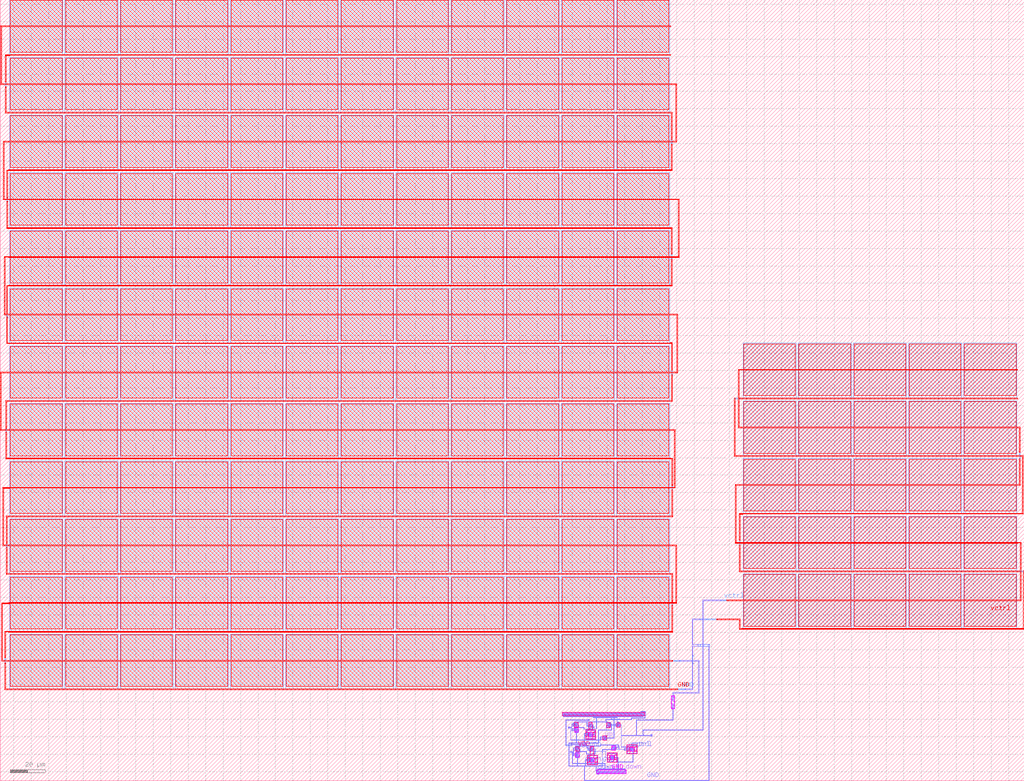
<source format=lef>
VERSION 5.7 ;
  NOWIREEXTENSIONATPIN ON ;
  DIVIDERCHAR "/" ;
  BUSBITCHARS "[]" ;
MACRO sky130_fd_pr__cap_mim_m3_1_Z926RQ
  CLASS BLOCK ;
  FOREIGN sky130_fd_pr__cap_mim_m3_1_Z926RQ ;
  ORIGIN -165.900 -158.600 ;
  SIZE 30.400 BY 30.400 ;
  OBS
      LAYER met3 ;
        RECT -197.760 158.600 -165.900 189.000 ;
        RECT -164.700 158.600 -132.840 189.000 ;
        RECT -131.640 158.600 -99.780 189.000 ;
        RECT -98.580 158.600 -66.720 189.000 ;
        RECT -65.520 158.600 -33.660 189.000 ;
        RECT -32.460 158.600 -0.600 189.000 ;
        RECT 0.600 158.600 32.460 189.000 ;
        RECT 33.660 158.600 65.520 189.000 ;
        RECT 66.720 158.600 98.580 189.000 ;
        RECT 99.780 158.600 131.640 189.000 ;
        RECT 132.840 158.600 164.700 189.000 ;
        RECT 165.900 158.600 197.760 189.000 ;
        RECT -197.760 127.000 -165.900 157.400 ;
        RECT -164.700 127.000 -132.840 157.400 ;
        RECT -131.640 127.000 -99.780 157.400 ;
        RECT -98.580 127.000 -66.720 157.400 ;
        RECT -65.520 127.000 -33.660 157.400 ;
        RECT -32.460 127.000 -0.600 157.400 ;
        RECT 0.600 127.000 32.460 157.400 ;
        RECT 33.660 127.000 65.520 157.400 ;
        RECT 66.720 127.000 98.580 157.400 ;
        RECT 99.780 127.000 131.640 157.400 ;
        RECT 132.840 127.000 164.700 157.400 ;
        RECT 165.900 127.000 197.760 157.400 ;
        RECT -197.760 95.400 -165.900 125.800 ;
        RECT -164.700 95.400 -132.840 125.800 ;
        RECT -131.640 95.400 -99.780 125.800 ;
        RECT -98.580 95.400 -66.720 125.800 ;
        RECT -65.520 95.400 -33.660 125.800 ;
        RECT -32.460 95.400 -0.600 125.800 ;
        RECT 0.600 95.400 32.460 125.800 ;
        RECT 33.660 95.400 65.520 125.800 ;
        RECT 66.720 95.400 98.580 125.800 ;
        RECT 99.780 95.400 131.640 125.800 ;
        RECT 132.840 95.400 164.700 125.800 ;
        RECT 165.900 95.400 197.760 125.800 ;
        RECT -197.760 63.800 -165.900 94.200 ;
        RECT -164.700 63.800 -132.840 94.200 ;
        RECT -131.640 63.800 -99.780 94.200 ;
        RECT -98.580 63.800 -66.720 94.200 ;
        RECT -65.520 63.800 -33.660 94.200 ;
        RECT -32.460 63.800 -0.600 94.200 ;
        RECT 0.600 63.800 32.460 94.200 ;
        RECT 33.660 63.800 65.520 94.200 ;
        RECT 66.720 63.800 98.580 94.200 ;
        RECT 99.780 63.800 131.640 94.200 ;
        RECT 132.840 63.800 164.700 94.200 ;
        RECT 165.900 63.800 197.760 94.200 ;
        RECT -197.760 32.200 -165.900 62.600 ;
        RECT -164.700 32.200 -132.840 62.600 ;
        RECT -131.640 32.200 -99.780 62.600 ;
        RECT -98.580 32.200 -66.720 62.600 ;
        RECT -65.520 32.200 -33.660 62.600 ;
        RECT -32.460 32.200 -0.600 62.600 ;
        RECT 0.600 32.200 32.460 62.600 ;
        RECT 33.660 32.200 65.520 62.600 ;
        RECT 66.720 32.200 98.580 62.600 ;
        RECT 99.780 32.200 131.640 62.600 ;
        RECT 132.840 32.200 164.700 62.600 ;
        RECT 165.900 32.200 197.760 62.600 ;
        RECT -197.760 0.600 -165.900 31.000 ;
        RECT -164.700 0.600 -132.840 31.000 ;
        RECT -131.640 0.600 -99.780 31.000 ;
        RECT -98.580 0.600 -66.720 31.000 ;
        RECT -65.520 0.600 -33.660 31.000 ;
        RECT -32.460 0.600 -0.600 31.000 ;
        RECT 0.600 0.600 32.460 31.000 ;
        RECT 33.660 0.600 65.520 31.000 ;
        RECT 66.720 0.600 98.580 31.000 ;
        RECT 99.780 0.600 131.640 31.000 ;
        RECT 132.840 0.600 164.700 31.000 ;
        RECT 165.900 0.600 197.760 31.000 ;
        RECT -197.760 -31.000 -165.900 -0.600 ;
        RECT -164.700 -31.000 -132.840 -0.600 ;
        RECT -131.640 -31.000 -99.780 -0.600 ;
        RECT -98.580 -31.000 -66.720 -0.600 ;
        RECT -65.520 -31.000 -33.660 -0.600 ;
        RECT -32.460 -31.000 -0.600 -0.600 ;
        RECT 0.600 -31.000 32.460 -0.600 ;
        RECT 33.660 -31.000 65.520 -0.600 ;
        RECT 66.720 -31.000 98.580 -0.600 ;
        RECT 99.780 -31.000 131.640 -0.600 ;
        RECT 132.840 -31.000 164.700 -0.600 ;
        RECT 165.900 -31.000 197.760 -0.600 ;
        RECT -197.760 -62.600 -165.900 -32.200 ;
        RECT -164.700 -62.600 -132.840 -32.200 ;
        RECT -131.640 -62.600 -99.780 -32.200 ;
        RECT -98.580 -62.600 -66.720 -32.200 ;
        RECT -65.520 -62.600 -33.660 -32.200 ;
        RECT -32.460 -62.600 -0.600 -32.200 ;
        RECT 0.600 -62.600 32.460 -32.200 ;
        RECT 33.660 -62.600 65.520 -32.200 ;
        RECT 66.720 -62.600 98.580 -32.200 ;
        RECT 99.780 -62.600 131.640 -32.200 ;
        RECT 132.840 -62.600 164.700 -32.200 ;
        RECT 165.900 -62.600 197.760 -32.200 ;
        RECT -197.760 -94.200 -165.900 -63.800 ;
        RECT -164.700 -94.200 -132.840 -63.800 ;
        RECT -131.640 -94.200 -99.780 -63.800 ;
        RECT -98.580 -94.200 -66.720 -63.800 ;
        RECT -65.520 -94.200 -33.660 -63.800 ;
        RECT -32.460 -94.200 -0.600 -63.800 ;
        RECT 0.600 -94.200 32.460 -63.800 ;
        RECT 33.660 -94.200 65.520 -63.800 ;
        RECT 66.720 -94.200 98.580 -63.800 ;
        RECT 99.780 -94.200 131.640 -63.800 ;
        RECT 132.840 -94.200 164.700 -63.800 ;
        RECT 165.900 -94.200 197.760 -63.800 ;
        RECT -197.760 -125.800 -165.900 -95.400 ;
        RECT -164.700 -125.800 -132.840 -95.400 ;
        RECT -131.640 -125.800 -99.780 -95.400 ;
        RECT -98.580 -125.800 -66.720 -95.400 ;
        RECT -65.520 -125.800 -33.660 -95.400 ;
        RECT -32.460 -125.800 -0.600 -95.400 ;
        RECT 0.600 -125.800 32.460 -95.400 ;
        RECT 33.660 -125.800 65.520 -95.400 ;
        RECT 66.720 -125.800 98.580 -95.400 ;
        RECT 99.780 -125.800 131.640 -95.400 ;
        RECT 132.840 -125.800 164.700 -95.400 ;
        RECT 165.900 -125.800 197.760 -95.400 ;
        RECT -197.760 -157.400 -165.900 -127.000 ;
        RECT -164.700 -157.400 -132.840 -127.000 ;
        RECT -131.640 -157.400 -99.780 -127.000 ;
        RECT -98.580 -157.400 -66.720 -127.000 ;
        RECT -65.520 -157.400 -33.660 -127.000 ;
        RECT -32.460 -157.400 -0.600 -127.000 ;
        RECT 0.600 -157.400 32.460 -127.000 ;
        RECT 33.660 -157.400 65.520 -127.000 ;
        RECT 66.720 -157.400 98.580 -127.000 ;
        RECT 99.780 -157.400 131.640 -127.000 ;
        RECT 132.840 -157.400 164.700 -127.000 ;
        RECT 165.900 -157.400 197.760 -127.000 ;
        RECT -197.760 -189.000 -165.900 -158.600 ;
        RECT -164.700 -189.000 -132.840 -158.600 ;
        RECT -131.640 -189.000 -99.780 -158.600 ;
        RECT -98.580 -189.000 -66.720 -158.600 ;
        RECT -65.520 -189.000 -33.660 -158.600 ;
        RECT -32.460 -189.000 -0.600 -158.600 ;
        RECT 0.600 -189.000 32.460 -158.600 ;
        RECT 33.660 -189.000 65.520 -158.600 ;
        RECT 66.720 -189.000 98.580 -158.600 ;
        RECT 99.780 -189.000 131.640 -158.600 ;
        RECT 132.840 -189.000 164.700 -158.600 ;
        RECT 165.900 -189.000 197.760 -158.600 ;
      LAYER met4 ;
        RECT -182.820 188.605 -182.300 189.600 ;
        RECT -197.365 158.995 -167.755 188.605 ;
        RECT -182.820 157.005 -182.300 158.995 ;
        RECT -197.365 127.395 -167.755 157.005 ;
        RECT -182.820 125.405 -182.300 127.395 ;
        RECT -197.365 95.795 -167.755 125.405 ;
        RECT -182.820 93.805 -182.300 95.795 ;
        RECT -197.365 64.195 -167.755 93.805 ;
        RECT -182.820 62.205 -182.300 64.195 ;
        RECT -197.365 32.595 -167.755 62.205 ;
        RECT -182.820 30.605 -182.300 32.595 ;
        RECT -197.365 0.995 -167.755 30.605 ;
        RECT -182.820 -0.995 -182.300 0.995 ;
        RECT -197.365 -30.605 -167.755 -0.995 ;
        RECT -182.820 -32.595 -182.300 -30.605 ;
        RECT -197.365 -62.205 -167.755 -32.595 ;
        RECT -182.820 -64.195 -182.300 -62.205 ;
        RECT -197.365 -93.805 -167.755 -64.195 ;
        RECT -182.820 -95.795 -182.300 -93.805 ;
        RECT -197.365 -125.405 -167.755 -95.795 ;
        RECT -182.820 -127.395 -182.300 -125.405 ;
        RECT -197.365 -157.005 -167.755 -127.395 ;
        RECT -182.820 -158.995 -182.300 -157.005 ;
        RECT -197.365 -188.605 -167.755 -158.995 ;
        RECT -182.820 -189.600 -182.300 -188.605 ;
        RECT -166.420 -189.600 -165.900 189.600 ;
        RECT -149.760 188.605 -149.240 189.600 ;
        RECT -164.305 158.995 -134.695 188.605 ;
        RECT -149.760 157.005 -149.240 158.995 ;
        RECT -164.305 127.395 -134.695 157.005 ;
        RECT -149.760 125.405 -149.240 127.395 ;
        RECT -164.305 95.795 -134.695 125.405 ;
        RECT -149.760 93.805 -149.240 95.795 ;
        RECT -164.305 64.195 -134.695 93.805 ;
        RECT -149.760 62.205 -149.240 64.195 ;
        RECT -164.305 32.595 -134.695 62.205 ;
        RECT -149.760 30.605 -149.240 32.595 ;
        RECT -164.305 0.995 -134.695 30.605 ;
        RECT -149.760 -0.995 -149.240 0.995 ;
        RECT -164.305 -30.605 -134.695 -0.995 ;
        RECT -149.760 -32.595 -149.240 -30.605 ;
        RECT -164.305 -62.205 -134.695 -32.595 ;
        RECT -149.760 -64.195 -149.240 -62.205 ;
        RECT -164.305 -93.805 -134.695 -64.195 ;
        RECT -149.760 -95.795 -149.240 -93.805 ;
        RECT -164.305 -125.405 -134.695 -95.795 ;
        RECT -149.760 -127.395 -149.240 -125.405 ;
        RECT -164.305 -157.005 -134.695 -127.395 ;
        RECT -149.760 -158.995 -149.240 -157.005 ;
        RECT -164.305 -188.605 -134.695 -158.995 ;
        RECT -149.760 -189.600 -149.240 -188.605 ;
        RECT -133.360 -189.600 -132.840 189.600 ;
        RECT -116.700 188.605 -116.180 189.600 ;
        RECT -131.245 158.995 -101.635 188.605 ;
        RECT -116.700 157.005 -116.180 158.995 ;
        RECT -131.245 127.395 -101.635 157.005 ;
        RECT -116.700 125.405 -116.180 127.395 ;
        RECT -131.245 95.795 -101.635 125.405 ;
        RECT -116.700 93.805 -116.180 95.795 ;
        RECT -131.245 64.195 -101.635 93.805 ;
        RECT -116.700 62.205 -116.180 64.195 ;
        RECT -131.245 32.595 -101.635 62.205 ;
        RECT -116.700 30.605 -116.180 32.595 ;
        RECT -131.245 0.995 -101.635 30.605 ;
        RECT -116.700 -0.995 -116.180 0.995 ;
        RECT -131.245 -30.605 -101.635 -0.995 ;
        RECT -116.700 -32.595 -116.180 -30.605 ;
        RECT -131.245 -62.205 -101.635 -32.595 ;
        RECT -116.700 -64.195 -116.180 -62.205 ;
        RECT -131.245 -93.805 -101.635 -64.195 ;
        RECT -116.700 -95.795 -116.180 -93.805 ;
        RECT -131.245 -125.405 -101.635 -95.795 ;
        RECT -116.700 -127.395 -116.180 -125.405 ;
        RECT -131.245 -157.005 -101.635 -127.395 ;
        RECT -116.700 -158.995 -116.180 -157.005 ;
        RECT -131.245 -188.605 -101.635 -158.995 ;
        RECT -116.700 -189.600 -116.180 -188.605 ;
        RECT -100.300 -189.600 -99.780 189.600 ;
        RECT -83.640 188.605 -83.120 189.600 ;
        RECT -98.185 158.995 -68.575 188.605 ;
        RECT -83.640 157.005 -83.120 158.995 ;
        RECT -98.185 127.395 -68.575 157.005 ;
        RECT -83.640 125.405 -83.120 127.395 ;
        RECT -98.185 95.795 -68.575 125.405 ;
        RECT -83.640 93.805 -83.120 95.795 ;
        RECT -98.185 64.195 -68.575 93.805 ;
        RECT -83.640 62.205 -83.120 64.195 ;
        RECT -98.185 32.595 -68.575 62.205 ;
        RECT -83.640 30.605 -83.120 32.595 ;
        RECT -98.185 0.995 -68.575 30.605 ;
        RECT -83.640 -0.995 -83.120 0.995 ;
        RECT -98.185 -30.605 -68.575 -0.995 ;
        RECT -83.640 -32.595 -83.120 -30.605 ;
        RECT -98.185 -62.205 -68.575 -32.595 ;
        RECT -83.640 -64.195 -83.120 -62.205 ;
        RECT -98.185 -93.805 -68.575 -64.195 ;
        RECT -83.640 -95.795 -83.120 -93.805 ;
        RECT -98.185 -125.405 -68.575 -95.795 ;
        RECT -83.640 -127.395 -83.120 -125.405 ;
        RECT -98.185 -157.005 -68.575 -127.395 ;
        RECT -83.640 -158.995 -83.120 -157.005 ;
        RECT -98.185 -188.605 -68.575 -158.995 ;
        RECT -83.640 -189.600 -83.120 -188.605 ;
        RECT -67.240 -189.600 -66.720 189.600 ;
        RECT -50.580 188.605 -50.060 189.600 ;
        RECT -65.125 158.995 -35.515 188.605 ;
        RECT -50.580 157.005 -50.060 158.995 ;
        RECT -65.125 127.395 -35.515 157.005 ;
        RECT -50.580 125.405 -50.060 127.395 ;
        RECT -65.125 95.795 -35.515 125.405 ;
        RECT -50.580 93.805 -50.060 95.795 ;
        RECT -65.125 64.195 -35.515 93.805 ;
        RECT -50.580 62.205 -50.060 64.195 ;
        RECT -65.125 32.595 -35.515 62.205 ;
        RECT -50.580 30.605 -50.060 32.595 ;
        RECT -65.125 0.995 -35.515 30.605 ;
        RECT -50.580 -0.995 -50.060 0.995 ;
        RECT -65.125 -30.605 -35.515 -0.995 ;
        RECT -50.580 -32.595 -50.060 -30.605 ;
        RECT -65.125 -62.205 -35.515 -32.595 ;
        RECT -50.580 -64.195 -50.060 -62.205 ;
        RECT -65.125 -93.805 -35.515 -64.195 ;
        RECT -50.580 -95.795 -50.060 -93.805 ;
        RECT -65.125 -125.405 -35.515 -95.795 ;
        RECT -50.580 -127.395 -50.060 -125.405 ;
        RECT -65.125 -157.005 -35.515 -127.395 ;
        RECT -50.580 -158.995 -50.060 -157.005 ;
        RECT -65.125 -188.605 -35.515 -158.995 ;
        RECT -50.580 -189.600 -50.060 -188.605 ;
        RECT -34.180 -189.600 -33.660 189.600 ;
        RECT -17.520 188.605 -17.000 189.600 ;
        RECT -32.065 158.995 -2.455 188.605 ;
        RECT -17.520 157.005 -17.000 158.995 ;
        RECT -32.065 127.395 -2.455 157.005 ;
        RECT -17.520 125.405 -17.000 127.395 ;
        RECT -32.065 95.795 -2.455 125.405 ;
        RECT -17.520 93.805 -17.000 95.795 ;
        RECT -32.065 64.195 -2.455 93.805 ;
        RECT -17.520 62.205 -17.000 64.195 ;
        RECT -32.065 32.595 -2.455 62.205 ;
        RECT -17.520 30.605 -17.000 32.595 ;
        RECT -32.065 0.995 -2.455 30.605 ;
        RECT -17.520 -0.995 -17.000 0.995 ;
        RECT -32.065 -30.605 -2.455 -0.995 ;
        RECT -17.520 -32.595 -17.000 -30.605 ;
        RECT -32.065 -62.205 -2.455 -32.595 ;
        RECT -17.520 -64.195 -17.000 -62.205 ;
        RECT -32.065 -93.805 -2.455 -64.195 ;
        RECT -17.520 -95.795 -17.000 -93.805 ;
        RECT -32.065 -125.405 -2.455 -95.795 ;
        RECT -17.520 -127.395 -17.000 -125.405 ;
        RECT -32.065 -157.005 -2.455 -127.395 ;
        RECT -17.520 -158.995 -17.000 -157.005 ;
        RECT -32.065 -188.605 -2.455 -158.995 ;
        RECT -17.520 -189.600 -17.000 -188.605 ;
        RECT -1.120 -189.600 -0.600 189.600 ;
        RECT 15.540 188.605 16.060 189.600 ;
        RECT 0.995 158.995 30.605 188.605 ;
        RECT 15.540 157.005 16.060 158.995 ;
        RECT 0.995 127.395 30.605 157.005 ;
        RECT 15.540 125.405 16.060 127.395 ;
        RECT 0.995 95.795 30.605 125.405 ;
        RECT 15.540 93.805 16.060 95.795 ;
        RECT 0.995 64.195 30.605 93.805 ;
        RECT 15.540 62.205 16.060 64.195 ;
        RECT 0.995 32.595 30.605 62.205 ;
        RECT 15.540 30.605 16.060 32.595 ;
        RECT 0.995 0.995 30.605 30.605 ;
        RECT 15.540 -0.995 16.060 0.995 ;
        RECT 0.995 -30.605 30.605 -0.995 ;
        RECT 15.540 -32.595 16.060 -30.605 ;
        RECT 0.995 -62.205 30.605 -32.595 ;
        RECT 15.540 -64.195 16.060 -62.205 ;
        RECT 0.995 -93.805 30.605 -64.195 ;
        RECT 15.540 -95.795 16.060 -93.805 ;
        RECT 0.995 -125.405 30.605 -95.795 ;
        RECT 15.540 -127.395 16.060 -125.405 ;
        RECT 0.995 -157.005 30.605 -127.395 ;
        RECT 15.540 -158.995 16.060 -157.005 ;
        RECT 0.995 -188.605 30.605 -158.995 ;
        RECT 15.540 -189.600 16.060 -188.605 ;
        RECT 31.940 -189.600 32.460 189.600 ;
        RECT 48.600 188.605 49.120 189.600 ;
        RECT 34.055 158.995 63.665 188.605 ;
        RECT 48.600 157.005 49.120 158.995 ;
        RECT 34.055 127.395 63.665 157.005 ;
        RECT 48.600 125.405 49.120 127.395 ;
        RECT 34.055 95.795 63.665 125.405 ;
        RECT 48.600 93.805 49.120 95.795 ;
        RECT 34.055 64.195 63.665 93.805 ;
        RECT 48.600 62.205 49.120 64.195 ;
        RECT 34.055 32.595 63.665 62.205 ;
        RECT 48.600 30.605 49.120 32.595 ;
        RECT 34.055 0.995 63.665 30.605 ;
        RECT 48.600 -0.995 49.120 0.995 ;
        RECT 34.055 -30.605 63.665 -0.995 ;
        RECT 48.600 -32.595 49.120 -30.605 ;
        RECT 34.055 -62.205 63.665 -32.595 ;
        RECT 48.600 -64.195 49.120 -62.205 ;
        RECT 34.055 -93.805 63.665 -64.195 ;
        RECT 48.600 -95.795 49.120 -93.805 ;
        RECT 34.055 -125.405 63.665 -95.795 ;
        RECT 48.600 -127.395 49.120 -125.405 ;
        RECT 34.055 -157.005 63.665 -127.395 ;
        RECT 48.600 -158.995 49.120 -157.005 ;
        RECT 34.055 -188.605 63.665 -158.995 ;
        RECT 48.600 -189.600 49.120 -188.605 ;
        RECT 65.000 -189.600 65.520 189.600 ;
        RECT 81.660 188.605 82.180 189.600 ;
        RECT 67.115 158.995 96.725 188.605 ;
        RECT 81.660 157.005 82.180 158.995 ;
        RECT 67.115 127.395 96.725 157.005 ;
        RECT 81.660 125.405 82.180 127.395 ;
        RECT 67.115 95.795 96.725 125.405 ;
        RECT 81.660 93.805 82.180 95.795 ;
        RECT 67.115 64.195 96.725 93.805 ;
        RECT 81.660 62.205 82.180 64.195 ;
        RECT 67.115 32.595 96.725 62.205 ;
        RECT 81.660 30.605 82.180 32.595 ;
        RECT 67.115 0.995 96.725 30.605 ;
        RECT 81.660 -0.995 82.180 0.995 ;
        RECT 67.115 -30.605 96.725 -0.995 ;
        RECT 81.660 -32.595 82.180 -30.605 ;
        RECT 67.115 -62.205 96.725 -32.595 ;
        RECT 81.660 -64.195 82.180 -62.205 ;
        RECT 67.115 -93.805 96.725 -64.195 ;
        RECT 81.660 -95.795 82.180 -93.805 ;
        RECT 67.115 -125.405 96.725 -95.795 ;
        RECT 81.660 -127.395 82.180 -125.405 ;
        RECT 67.115 -157.005 96.725 -127.395 ;
        RECT 81.660 -158.995 82.180 -157.005 ;
        RECT 67.115 -188.605 96.725 -158.995 ;
        RECT 81.660 -189.600 82.180 -188.605 ;
        RECT 98.060 -189.600 98.580 189.600 ;
        RECT 114.720 188.605 115.240 189.600 ;
        RECT 100.175 158.995 129.785 188.605 ;
        RECT 114.720 157.005 115.240 158.995 ;
        RECT 100.175 127.395 129.785 157.005 ;
        RECT 114.720 125.405 115.240 127.395 ;
        RECT 100.175 95.795 129.785 125.405 ;
        RECT 114.720 93.805 115.240 95.795 ;
        RECT 100.175 64.195 129.785 93.805 ;
        RECT 114.720 62.205 115.240 64.195 ;
        RECT 100.175 32.595 129.785 62.205 ;
        RECT 114.720 30.605 115.240 32.595 ;
        RECT 100.175 0.995 129.785 30.605 ;
        RECT 114.720 -0.995 115.240 0.995 ;
        RECT 100.175 -30.605 129.785 -0.995 ;
        RECT 114.720 -32.595 115.240 -30.605 ;
        RECT 100.175 -62.205 129.785 -32.595 ;
        RECT 114.720 -64.195 115.240 -62.205 ;
        RECT 100.175 -93.805 129.785 -64.195 ;
        RECT 114.720 -95.795 115.240 -93.805 ;
        RECT 100.175 -125.405 129.785 -95.795 ;
        RECT 114.720 -127.395 115.240 -125.405 ;
        RECT 100.175 -157.005 129.785 -127.395 ;
        RECT 114.720 -158.995 115.240 -157.005 ;
        RECT 100.175 -188.605 129.785 -158.995 ;
        RECT 114.720 -189.600 115.240 -188.605 ;
        RECT 131.120 -189.600 131.640 189.600 ;
        RECT 147.780 188.605 148.300 189.600 ;
        RECT 133.235 158.995 162.845 188.605 ;
        RECT 147.780 157.005 148.300 158.995 ;
        RECT 133.235 127.395 162.845 157.005 ;
        RECT 147.780 125.405 148.300 127.395 ;
        RECT 133.235 95.795 162.845 125.405 ;
        RECT 147.780 93.805 148.300 95.795 ;
        RECT 133.235 64.195 162.845 93.805 ;
        RECT 147.780 62.205 148.300 64.195 ;
        RECT 133.235 32.595 162.845 62.205 ;
        RECT 147.780 30.605 148.300 32.595 ;
        RECT 133.235 0.995 162.845 30.605 ;
        RECT 147.780 -0.995 148.300 0.995 ;
        RECT 133.235 -30.605 162.845 -0.995 ;
        RECT 147.780 -32.595 148.300 -30.605 ;
        RECT 133.235 -62.205 162.845 -32.595 ;
        RECT 147.780 -64.195 148.300 -62.205 ;
        RECT 133.235 -93.805 162.845 -64.195 ;
        RECT 147.780 -95.795 148.300 -93.805 ;
        RECT 133.235 -125.405 162.845 -95.795 ;
        RECT 147.780 -127.395 148.300 -125.405 ;
        RECT 133.235 -157.005 162.845 -127.395 ;
        RECT 147.780 -158.995 148.300 -157.005 ;
        RECT 133.235 -188.605 162.845 -158.995 ;
        RECT 147.780 -189.600 148.300 -188.605 ;
        RECT 164.180 -189.600 164.700 189.600 ;
        RECT 180.840 188.605 181.360 189.600 ;
        RECT 166.295 158.995 195.905 188.605 ;
        RECT 180.840 157.005 181.360 158.995 ;
        RECT 166.295 127.395 195.905 157.005 ;
        RECT 180.840 125.405 181.360 127.395 ;
        RECT 166.295 95.795 195.905 125.405 ;
        RECT 180.840 93.805 181.360 95.795 ;
        RECT 166.295 64.195 195.905 93.805 ;
        RECT 180.840 62.205 181.360 64.195 ;
        RECT 166.295 32.595 195.905 62.205 ;
        RECT 180.840 30.605 181.360 32.595 ;
        RECT 166.295 0.995 195.905 30.605 ;
        RECT 180.840 -0.995 181.360 0.995 ;
        RECT 166.295 -30.605 195.905 -0.995 ;
        RECT 180.840 -32.595 181.360 -30.605 ;
        RECT 166.295 -62.205 195.905 -32.595 ;
        RECT 180.840 -64.195 181.360 -62.205 ;
        RECT 166.295 -93.805 195.905 -64.195 ;
        RECT 180.840 -95.795 181.360 -93.805 ;
        RECT 166.295 -125.405 195.905 -95.795 ;
        RECT 180.840 -127.395 181.360 -125.405 ;
        RECT 166.295 -157.005 195.905 -127.395 ;
        RECT 180.840 -158.995 181.360 -157.005 ;
        RECT 166.295 -188.605 195.905 -158.995 ;
        RECT 180.840 -189.600 181.360 -188.605 ;
        RECT 197.240 -189.600 197.760 189.600 ;
  END
END sky130_fd_pr__cap_mim_m3_1_Z926RQ
MACRO sky130_fd_pr__cap_mim_m3_1_39XMLG
  CLASS BLOCK ;
  FOREIGN sky130_fd_pr__cap_mim_m3_1_39XMLG ;
  ORIGIN -50.190 -48.000 ;
  SIZE 30.400 BY 30.400 ;
  OBS
      LAYER met3 ;
        RECT -82.050 48.000 -50.190 78.400 ;
        RECT -48.990 48.000 -17.130 78.400 ;
        RECT -15.930 48.000 15.930 78.400 ;
        RECT 17.130 48.000 48.990 78.400 ;
        RECT 50.190 48.000 82.050 78.400 ;
        RECT -82.050 16.400 -50.190 46.800 ;
        RECT -48.990 16.400 -17.130 46.800 ;
        RECT -15.930 16.400 15.930 46.800 ;
        RECT 17.130 16.400 48.990 46.800 ;
        RECT 50.190 16.400 82.050 46.800 ;
        RECT -82.050 -15.200 -50.190 15.200 ;
        RECT -48.990 -15.200 -17.130 15.200 ;
        RECT -15.930 -15.200 15.930 15.200 ;
        RECT 17.130 -15.200 48.990 15.200 ;
        RECT 50.190 -15.200 82.050 15.200 ;
        RECT -82.050 -46.800 -50.190 -16.400 ;
        RECT -48.990 -46.800 -17.130 -16.400 ;
        RECT -15.930 -46.800 15.930 -16.400 ;
        RECT 17.130 -46.800 48.990 -16.400 ;
        RECT 50.190 -46.800 82.050 -16.400 ;
        RECT -82.050 -78.400 -50.190 -48.000 ;
        RECT -48.990 -78.400 -17.130 -48.000 ;
        RECT -15.930 -78.400 15.930 -48.000 ;
        RECT 17.130 -78.400 48.990 -48.000 ;
        RECT 50.190 -78.400 82.050 -48.000 ;
      LAYER met4 ;
        RECT -67.110 78.005 -66.590 79.000 ;
        RECT -81.655 48.395 -52.045 78.005 ;
        RECT -67.110 46.405 -66.590 48.395 ;
        RECT -81.655 16.795 -52.045 46.405 ;
        RECT -67.110 14.805 -66.590 16.795 ;
        RECT -81.655 -14.805 -52.045 14.805 ;
        RECT -67.110 -16.795 -66.590 -14.805 ;
        RECT -81.655 -46.405 -52.045 -16.795 ;
        RECT -67.110 -48.395 -66.590 -46.405 ;
        RECT -81.655 -78.005 -52.045 -48.395 ;
        RECT -67.110 -79.000 -66.590 -78.005 ;
        RECT -50.710 -79.000 -50.190 79.000 ;
        RECT -34.050 78.005 -33.530 79.000 ;
        RECT -48.595 48.395 -18.985 78.005 ;
        RECT -34.050 46.405 -33.530 48.395 ;
        RECT -48.595 16.795 -18.985 46.405 ;
        RECT -34.050 14.805 -33.530 16.795 ;
        RECT -48.595 -14.805 -18.985 14.805 ;
        RECT -34.050 -16.795 -33.530 -14.805 ;
        RECT -48.595 -46.405 -18.985 -16.795 ;
        RECT -34.050 -48.395 -33.530 -46.405 ;
        RECT -48.595 -78.005 -18.985 -48.395 ;
        RECT -34.050 -79.000 -33.530 -78.005 ;
        RECT -17.650 -79.000 -17.130 79.000 ;
        RECT -0.990 78.005 -0.470 79.000 ;
        RECT -15.535 48.395 14.075 78.005 ;
        RECT -0.990 46.405 -0.470 48.395 ;
        RECT -15.535 16.795 14.075 46.405 ;
        RECT -0.990 14.805 -0.470 16.795 ;
        RECT -15.535 -14.805 14.075 14.805 ;
        RECT -0.990 -16.795 -0.470 -14.805 ;
        RECT -15.535 -46.405 14.075 -16.795 ;
        RECT -0.990 -48.395 -0.470 -46.405 ;
        RECT -15.535 -78.005 14.075 -48.395 ;
        RECT -0.990 -79.000 -0.470 -78.005 ;
        RECT 15.410 -79.000 15.930 79.000 ;
        RECT 32.070 78.005 32.590 79.000 ;
        RECT 17.525 48.395 47.135 78.005 ;
        RECT 32.070 46.405 32.590 48.395 ;
        RECT 17.525 16.795 47.135 46.405 ;
        RECT 32.070 14.805 32.590 16.795 ;
        RECT 17.525 -14.805 47.135 14.805 ;
        RECT 32.070 -16.795 32.590 -14.805 ;
        RECT 17.525 -46.405 47.135 -16.795 ;
        RECT 32.070 -48.395 32.590 -46.405 ;
        RECT 17.525 -78.005 47.135 -48.395 ;
        RECT 32.070 -79.000 32.590 -78.005 ;
        RECT 48.470 -79.000 48.990 79.000 ;
        RECT 65.130 78.005 65.650 79.000 ;
        RECT 50.585 48.395 80.195 78.005 ;
        RECT 65.130 46.405 65.650 48.395 ;
        RECT 50.585 16.795 80.195 46.405 ;
        RECT 65.130 14.805 65.650 16.795 ;
        RECT 50.585 -14.805 80.195 14.805 ;
        RECT 65.130 -16.795 65.650 -14.805 ;
        RECT 50.585 -46.405 80.195 -16.795 ;
        RECT 65.130 -48.395 65.650 -46.405 ;
        RECT 50.585 -78.005 80.195 -48.395 ;
        RECT 65.130 -79.000 65.650 -78.005 ;
        RECT 81.530 -79.000 82.050 79.000 ;
  END
END sky130_fd_pr__cap_mim_m3_1_39XMLG
MACRO sky130_fd_pr__res_generic_po_447X6E
  CLASS BLOCK ;
  FOREIGN sky130_fd_pr__res_generic_po_447X6E ;
  ORIGIN 0.805 3.540 ;
  SIZE 1.610 BY 7.080 ;
  OBS
      LAYER pwell ;
        RECT -1.070 -3.805 1.070 3.805 ;
      LAYER li1 ;
        RECT -0.890 3.455 0.890 3.625 ;
        RECT -0.890 -3.455 -0.720 3.455 ;
        RECT -0.240 2.725 0.240 2.895 ;
        RECT -0.160 0.910 0.160 2.725 ;
        RECT -0.160 -2.725 0.160 -0.910 ;
        RECT -0.240 -2.895 0.240 -2.725 ;
        RECT 0.720 -3.455 0.890 3.455 ;
        RECT -0.890 -3.625 0.890 -3.455 ;
      LAYER met1 ;
        RECT -0.190 0.850 0.190 2.955 ;
        RECT -0.190 -2.955 0.190 -0.850 ;
  END
END sky130_fd_pr__res_generic_po_447X6E
MACRO sky130_fd_pr__pfet_01v8_7PMXFU
  CLASS BLOCK ;
  FOREIGN sky130_fd_pr__pfet_01v8_7PMXFU ;
  ORIGIN 0.805 23.330 ;
  SIZE 1.610 BY 46.660 ;
  OBS
      LAYER nwell ;
        RECT -1.070 -23.595 1.070 23.595 ;
      LAYER li1 ;
        RECT -0.890 23.245 0.890 23.415 ;
        RECT -0.890 -23.245 -0.720 23.245 ;
        RECT -0.165 22.735 0.165 22.905 ;
        RECT -0.320 -22.520 -0.150 22.520 ;
        RECT 0.150 -22.520 0.320 22.520 ;
        RECT -0.165 -22.905 0.165 -22.735 ;
        RECT 0.720 -23.245 0.890 23.245 ;
        RECT -0.890 -23.415 0.890 -23.245 ;
      LAYER met1 ;
        RECT -0.780 23.215 0.780 23.445 ;
        RECT -0.145 22.705 0.145 22.935 ;
        RECT -0.350 4.345 -0.120 22.415 ;
        RECT 0.120 -22.415 0.350 -4.345 ;
        RECT -0.145 -22.935 0.145 -22.705 ;
  END
END sky130_fd_pr__pfet_01v8_7PMXFU
MACRO sky130_fd_pr__pfet_01v8_KXJ7FM
  CLASS BLOCK ;
  FOREIGN sky130_fd_pr__pfet_01v8_KXJ7FM ;
  ORIGIN 0.805 1.100 ;
  SIZE 1.610 BY 2.200 ;
  OBS
      LAYER nwell ;
        RECT -1.070 -1.365 1.070 1.365 ;
      LAYER li1 ;
        RECT -0.890 1.015 0.890 1.185 ;
        RECT -0.890 -1.015 -0.720 1.015 ;
        RECT -0.165 0.505 0.165 0.675 ;
        RECT -0.320 -0.290 -0.150 0.290 ;
        RECT 0.150 -0.290 0.320 0.290 ;
        RECT -0.165 -0.675 0.165 -0.505 ;
        RECT 0.720 -1.015 0.890 1.015 ;
        RECT -0.890 -1.185 0.890 -1.015 ;
      LAYER met1 ;
        RECT 0.085 0.985 0.780 1.215 ;
        RECT -0.145 0.475 0.145 0.705 ;
        RECT -0.350 -0.270 -0.120 0.270 ;
        RECT 0.120 -0.270 0.350 0.270 ;
        RECT -0.145 -0.705 0.145 -0.475 ;
  END
END sky130_fd_pr__pfet_01v8_KXJ7FM
MACRO sky130_fd_pr__pfet_01v8_K9S5FM
  CLASS BLOCK ;
  FOREIGN sky130_fd_pr__pfet_01v8_K9S5FM ;
  ORIGIN 0.805 1.100 ;
  SIZE 1.610 BY 2.200 ;
  OBS
      LAYER nwell ;
        RECT -1.070 -1.365 1.070 1.365 ;
      LAYER li1 ;
        RECT -0.890 1.015 0.890 1.185 ;
        RECT -0.890 -1.015 -0.720 1.015 ;
        RECT -0.165 0.505 0.165 0.675 ;
        RECT -0.320 -0.290 -0.150 0.290 ;
        RECT 0.150 -0.290 0.320 0.290 ;
        RECT -0.165 -0.675 0.165 -0.505 ;
        RECT 0.720 -1.015 0.890 1.015 ;
        RECT -0.890 -1.185 0.890 -1.015 ;
      LAYER met1 ;
        RECT -0.145 0.475 0.145 0.705 ;
        RECT -0.350 -0.270 -0.120 0.270 ;
        RECT 0.120 -0.270 0.350 0.270 ;
        RECT -0.145 -0.705 0.145 -0.475 ;
        RECT 0.690 -1.075 0.920 1.075 ;
  END
END sky130_fd_pr__pfet_01v8_K9S5FM
MACRO sky130_fd_pr__pfet_01v8_K9S7EM
  CLASS BLOCK ;
  FOREIGN sky130_fd_pr__pfet_01v8_K9S7EM ;
  ORIGIN 0.805 1.100 ;
  SIZE 1.610 BY 2.200 ;
  OBS
      LAYER nwell ;
        RECT -1.070 -1.365 1.070 1.365 ;
      LAYER li1 ;
        RECT -0.890 1.015 0.890 1.185 ;
        RECT -0.890 -1.015 -0.720 1.015 ;
        RECT -0.165 0.505 0.165 0.675 ;
        RECT -0.320 -0.290 -0.150 0.290 ;
        RECT 0.150 -0.290 0.320 0.290 ;
        RECT -0.165 -0.675 0.165 -0.505 ;
        RECT 0.720 -1.015 0.890 1.015 ;
        RECT -0.890 -1.185 0.890 -1.015 ;
      LAYER met1 ;
        RECT -0.145 0.475 0.145 0.705 ;
        RECT -0.350 -0.270 -0.120 0.270 ;
        RECT 0.120 -0.270 0.350 0.270 ;
        RECT -0.145 -0.705 0.145 -0.475 ;
        RECT -0.780 -1.215 0.780 -0.985 ;
  END
END sky130_fd_pr__pfet_01v8_K9S7EM
MACRO sky130_fd_pr__pfet_01v8_KZR7FM
  CLASS BLOCK ;
  FOREIGN sky130_fd_pr__pfet_01v8_KZR7FM ;
  ORIGIN 0.805 1.100 ;
  SIZE 1.610 BY 2.200 ;
  OBS
      LAYER nwell ;
        RECT -1.070 -1.365 1.070 1.365 ;
      LAYER li1 ;
        RECT -0.890 1.015 0.890 1.185 ;
        RECT -0.890 -1.015 -0.720 1.015 ;
        RECT -0.165 0.505 0.165 0.675 ;
        RECT -0.320 -0.290 -0.150 0.290 ;
        RECT 0.150 -0.290 0.320 0.290 ;
        RECT -0.165 -0.675 0.165 -0.505 ;
        RECT 0.720 -1.015 0.890 1.015 ;
        RECT -0.890 -1.185 0.890 -1.015 ;
      LAYER met1 ;
        RECT -0.780 0.985 0.780 1.215 ;
        RECT -0.145 0.475 0.145 0.705 ;
        RECT -0.350 -0.270 -0.120 0.270 ;
        RECT 0.120 -0.270 0.350 0.270 ;
        RECT -0.145 -0.705 0.145 -0.475 ;
  END
END sky130_fd_pr__pfet_01v8_KZR7FM
MACRO sky130_fd_pr__nfet_01v8_6FB27G
  CLASS BLOCK ;
  FOREIGN sky130_fd_pr__nfet_01v8_6FB27G ;
  ORIGIN 0.805 0.995 ;
  SIZE 1.610 BY 1.990 ;
  OBS
      LAYER pwell ;
        RECT -1.070 -1.260 1.070 1.260 ;
      LAYER li1 ;
        RECT -0.890 0.910 0.890 1.080 ;
        RECT -0.890 -0.910 -0.720 0.910 ;
        RECT -0.165 0.400 0.165 0.570 ;
        RECT -0.320 -0.230 -0.150 0.230 ;
        RECT 0.150 -0.230 0.320 0.230 ;
        RECT -0.165 -0.570 0.165 -0.400 ;
        RECT 0.720 -0.910 0.890 0.910 ;
        RECT -0.890 -1.080 0.890 -0.910 ;
      LAYER met1 ;
        RECT -0.145 0.370 0.145 0.600 ;
        RECT -0.350 -0.210 -0.120 0.210 ;
        RECT 0.120 -0.210 0.350 0.210 ;
        RECT -0.145 -0.600 0.145 -0.370 ;
        RECT 0.690 -0.970 0.920 0.970 ;
  END
END sky130_fd_pr__nfet_01v8_6FB27G
MACRO sky130_fd_pr__nfet_01v8_6FB46G
  CLASS BLOCK ;
  FOREIGN sky130_fd_pr__nfet_01v8_6FB46G ;
  ORIGIN 0.805 0.995 ;
  SIZE 1.610 BY 1.990 ;
  OBS
      LAYER pwell ;
        RECT -1.070 -1.260 1.070 1.260 ;
      LAYER li1 ;
        RECT -0.890 0.910 0.890 1.080 ;
        RECT -0.890 -0.910 -0.720 0.910 ;
        RECT -0.165 0.400 0.165 0.570 ;
        RECT -0.320 -0.230 -0.150 0.230 ;
        RECT 0.150 -0.230 0.320 0.230 ;
        RECT -0.165 -0.570 0.165 -0.400 ;
        RECT 0.720 -0.910 0.890 0.910 ;
        RECT -0.890 -1.080 0.890 -0.910 ;
      LAYER met1 ;
        RECT -0.145 0.370 0.145 0.600 ;
        RECT -0.350 -0.210 -0.120 0.210 ;
        RECT 0.120 -0.210 0.350 0.210 ;
        RECT -0.145 -0.600 0.145 -0.370 ;
        RECT -0.780 -1.110 0.780 -0.880 ;
  END
END sky130_fd_pr__nfet_01v8_6FB46G
MACRO sky130_fd_pr__nfet_01v8_HAAXKC
  CLASS BLOCK ;
  FOREIGN sky130_fd_pr__nfet_01v8_HAAXKC ;
  ORIGIN 0.805 8.285 ;
  SIZE 1.610 BY 16.570 ;
  OBS
      LAYER pwell ;
        RECT -1.070 -8.550 1.070 8.550 ;
      LAYER li1 ;
        RECT -0.890 8.200 0.890 8.370 ;
        RECT -0.890 -8.200 -0.720 8.200 ;
        RECT -0.165 7.690 0.165 7.860 ;
        RECT -0.320 -7.520 -0.150 7.520 ;
        RECT 0.150 -7.520 0.320 7.520 ;
        RECT -0.165 -7.860 0.165 -7.690 ;
        RECT 0.720 -8.200 0.890 8.200 ;
        RECT -0.890 -8.370 0.890 -8.200 ;
      LAYER met1 ;
        RECT -0.145 7.660 0.145 7.890 ;
        RECT -0.350 1.345 -0.120 7.415 ;
        RECT 0.120 -7.415 0.350 -1.345 ;
        RECT -0.145 -7.890 0.145 -7.660 ;
        RECT -0.780 -8.400 0.780 -8.170 ;
  END
END sky130_fd_pr__nfet_01v8_HAAXKC
MACRO cp
  CLASS BLOCK ;
  FOREIGN cp ;
  ORIGIN 327.630 5.190 ;
  SIZE 586.465 BY 447.700 ;
  PIN up
    ANTENNAGATEAREA 0.270000 ;
    PORT
      LAYER li1 ;
        RECT 2.185 27.370 2.515 27.540 ;
        RECT 2.185 26.190 2.515 26.360 ;
        RECT 2.205 24.430 2.535 24.600 ;
        RECT 2.205 23.460 2.535 23.630 ;
        RECT 18.445 19.800 18.775 19.970 ;
        RECT 18.445 18.620 18.775 18.790 ;
      LAYER met1 ;
        RECT -0.380 27.350 2.530 27.580 ;
        RECT -0.380 26.375 -0.150 27.350 ;
        RECT 2.205 27.340 2.495 27.350 ;
        RECT 2.205 26.375 2.495 26.390 ;
        RECT -0.380 26.160 2.495 26.375 ;
        RECT -0.380 26.145 2.485 26.160 ;
        RECT -2.430 25.490 -1.430 25.860 ;
        RECT -0.380 25.490 -0.150 26.145 ;
        RECT -2.430 25.270 -0.150 25.490 ;
        RECT -2.430 24.860 -1.430 25.270 ;
        RECT -0.940 18.200 -0.720 25.270 ;
        RECT -0.380 24.665 -0.150 25.270 ;
        RECT -0.380 24.435 2.525 24.665 ;
        RECT -0.380 23.645 -0.150 24.435 ;
        RECT 2.225 24.400 2.515 24.435 ;
        RECT 2.225 23.645 2.515 23.660 ;
        RECT -0.380 23.415 2.525 23.645 ;
        RECT 16.020 20.000 18.740 20.010 ;
        RECT 16.020 19.790 18.755 20.000 ;
        RECT 16.020 18.770 16.240 19.790 ;
        RECT 18.465 19.770 18.755 19.790 ;
        RECT 18.465 18.770 18.755 18.820 ;
        RECT 16.000 18.550 18.780 18.770 ;
        RECT 1.540 18.200 1.860 18.220 ;
        RECT -0.940 17.980 1.860 18.200 ;
        RECT 1.540 17.960 1.860 17.980 ;
        RECT 3.070 18.200 3.330 18.250 ;
        RECT 5.880 18.200 6.200 18.220 ;
        RECT 3.070 17.980 6.200 18.200 ;
        RECT 3.070 17.930 3.330 17.980 ;
        RECT 5.880 17.960 6.200 17.980 ;
        RECT 7.730 18.200 7.990 18.250 ;
        RECT 16.000 18.200 16.220 18.550 ;
        RECT 7.730 17.980 16.220 18.200 ;
        RECT 7.730 17.930 7.990 17.980 ;
      LAYER met2 ;
        RECT 1.570 18.200 1.830 18.250 ;
        RECT 3.040 18.200 3.360 18.220 ;
        RECT 1.570 17.980 3.360 18.200 ;
        RECT 1.570 17.930 1.830 17.980 ;
        RECT 3.040 17.960 3.360 17.980 ;
        RECT 5.910 18.200 6.170 18.250 ;
        RECT 7.700 18.200 8.020 18.220 ;
        RECT 5.910 17.980 8.020 18.200 ;
        RECT 5.910 17.930 6.170 17.980 ;
        RECT 7.700 17.960 8.020 17.980 ;
    END
  END up
  PIN vctrl
    ANTENNADIFFAREA 0.278400 ;
    PORT
      LAYER li1 ;
        RECT 57.600 37.150 57.920 38.965 ;
        RECT 57.520 36.980 58.000 37.150 ;
        RECT 26.650 26.495 26.820 27.075 ;
        RECT 33.920 12.680 34.090 13.140 ;
      LAYER met1 ;
        RECT 74.680 98.020 85.450 98.460 ;
        RECT 57.570 36.920 57.950 39.025 ;
        RECT 57.600 35.870 57.920 36.920 ;
        RECT 57.600 35.520 57.900 35.870 ;
        RECT 57.560 35.080 57.900 35.520 ;
        RECT 57.600 34.680 57.900 35.080 ;
        RECT 57.600 29.720 57.920 34.680 ;
        RECT 36.710 29.400 57.920 29.720 ;
        RECT 26.620 26.920 26.850 27.055 ;
        RECT 26.620 26.710 28.210 26.920 ;
        RECT 26.620 26.515 26.850 26.710 ;
        RECT 28.000 21.020 28.210 26.710 ;
        RECT 36.710 21.020 37.030 29.400 ;
        RECT 74.680 24.120 75.120 98.020 ;
        RECT 40.530 23.680 75.120 24.120 ;
        RECT 40.530 21.020 40.970 23.680 ;
        RECT 44.960 21.020 45.960 21.530 ;
        RECT 27.970 20.660 45.960 21.020 ;
        RECT 28.000 14.295 28.210 20.660 ;
        RECT 44.960 20.210 45.960 20.660 ;
        RECT 32.790 14.295 33.110 14.320 ;
        RECT 28.000 14.085 33.110 14.295 ;
        RECT 32.790 14.060 33.110 14.085 ;
        RECT 32.790 13.005 33.110 13.030 ;
        RECT 33.890 13.005 34.120 13.120 ;
        RECT 32.790 12.795 34.120 13.005 ;
        RECT 32.790 12.770 33.110 12.795 ;
        RECT 33.890 12.700 34.120 12.795 ;
      LAYER met2 ;
        RECT 84.980 98.460 85.420 98.490 ;
        RECT 84.980 98.020 87.095 98.460 ;
        RECT 84.980 97.990 85.420 98.020 ;
        RECT 32.820 14.030 33.080 14.350 ;
        RECT 32.845 13.060 33.055 14.030 ;
        RECT 32.820 12.740 33.080 13.060 ;
      LAYER met3 ;
        RECT 255.990 183.000 256.570 183.520 ;
        RECT 256.020 179.195 256.540 183.000 ;
        RECT 255.995 178.685 256.565 179.195 ;
        RECT 256.020 178.680 256.540 178.685 ;
        RECT 86.585 98.460 87.075 98.485 ;
        RECT 86.585 98.020 88.890 98.460 ;
        RECT 86.585 97.995 87.075 98.020 ;
      LAYER met4 ;
        RECT 98.225 230.720 127.835 245.265 ;
        RECT 129.825 230.720 159.435 245.265 ;
        RECT 161.425 230.720 191.035 245.265 ;
        RECT 193.025 230.720 222.635 245.265 ;
        RECT 224.625 230.720 254.235 245.265 ;
        RECT 97.230 230.710 255.230 230.720 ;
        RECT 95.100 230.200 255.230 230.710 ;
        RECT 95.100 230.190 127.835 230.200 ;
        RECT 95.100 197.660 95.620 230.190 ;
        RECT 98.225 215.655 127.835 230.190 ;
        RECT 129.825 215.655 159.435 230.200 ;
        RECT 161.425 215.655 191.035 230.200 ;
        RECT 193.025 215.655 222.635 230.200 ;
        RECT 224.625 215.655 254.235 230.200 ;
        RECT 98.225 197.660 127.835 212.205 ;
        RECT 129.825 197.660 159.435 212.205 ;
        RECT 161.425 197.660 191.035 212.205 ;
        RECT 193.025 197.660 222.635 212.205 ;
        RECT 224.625 197.660 254.235 212.205 ;
        RECT 254.820 197.660 256.540 197.680 ;
        RECT 95.100 197.160 256.540 197.660 ;
        RECT 95.100 197.140 255.230 197.160 ;
        RECT 98.225 182.595 127.835 197.140 ;
        RECT 129.825 182.595 159.435 197.140 ;
        RECT 161.425 182.595 191.035 197.140 ;
        RECT 193.025 182.595 222.635 197.140 ;
        RECT 224.625 182.595 254.235 197.140 ;
        RECT 256.020 183.525 256.540 197.160 ;
        RECT 256.015 182.995 256.545 183.525 ;
        RECT 98.225 164.600 127.835 179.145 ;
        RECT 129.825 164.600 159.435 179.145 ;
        RECT 161.425 164.600 191.035 179.145 ;
        RECT 193.025 164.600 222.635 179.145 ;
        RECT 224.625 164.600 254.235 179.145 ;
        RECT 256.020 164.600 256.540 179.200 ;
        RECT 97.230 164.590 256.540 164.600 ;
        RECT 93.500 164.080 256.540 164.590 ;
        RECT 93.500 164.070 97.770 164.080 ;
        RECT 93.500 131.540 94.020 164.070 ;
        RECT 98.225 149.535 127.835 164.080 ;
        RECT 129.825 149.535 159.435 164.080 ;
        RECT 161.425 149.535 191.035 164.080 ;
        RECT 193.025 149.535 222.635 164.080 ;
        RECT 224.625 149.535 254.235 164.080 ;
        RECT 98.225 131.540 127.835 146.085 ;
        RECT 129.825 131.540 159.435 146.085 ;
        RECT 161.425 131.540 191.035 146.085 ;
        RECT 193.025 131.540 222.635 146.085 ;
        RECT 224.625 131.540 254.235 146.085 ;
        RECT 255.040 131.540 257.080 131.600 ;
        RECT 93.500 131.080 257.080 131.540 ;
        RECT 93.500 131.020 255.230 131.080 ;
        RECT 98.225 116.475 127.835 131.020 ;
        RECT 129.825 116.475 159.435 131.020 ;
        RECT 161.425 116.475 191.035 131.020 ;
        RECT 193.025 116.475 222.635 131.020 ;
        RECT 224.625 116.475 254.235 131.020 ;
        RECT 98.225 98.480 127.835 113.025 ;
        RECT 129.825 98.480 159.435 113.025 ;
        RECT 161.425 98.480 191.035 113.025 ;
        RECT 193.025 98.480 222.635 113.025 ;
        RECT 224.625 98.480 254.235 113.025 ;
        RECT 256.560 98.480 257.080 131.080 ;
        RECT 88.415 98.460 88.865 98.465 ;
        RECT 97.230 98.460 257.080 98.480 ;
        RECT 88.415 98.020 257.080 98.460 ;
        RECT 88.415 98.015 88.865 98.020 ;
        RECT 97.230 97.960 257.080 98.020 ;
        RECT 98.225 83.415 127.835 97.960 ;
        RECT 129.825 83.415 159.435 97.960 ;
        RECT 161.425 83.415 191.035 97.960 ;
        RECT 193.025 83.415 222.635 97.960 ;
        RECT 224.625 83.415 254.235 97.960 ;
    END
  END vctrl
  PIN VDD
    ANTENNAGATEAREA 0.345600 ;
    ANTENNADIFFAREA 33.939598 ;
    PORT
      LAYER nwell ;
        RECT -5.790 32.030 41.400 34.170 ;
        RECT 1.280 25.500 3.420 28.230 ;
        RECT 19.720 25.300 21.860 28.030 ;
        RECT 1.940 11.700 4.080 14.430 ;
      LAYER li1 ;
        RECT -5.610 33.820 41.220 33.990 ;
        RECT -5.610 32.380 -5.440 33.820 ;
        RECT -4.715 33.250 40.325 33.420 ;
        RECT 41.050 32.380 41.220 33.820 ;
        RECT -5.610 32.210 41.220 32.380 ;
        RECT 1.460 27.880 3.240 28.050 ;
        RECT 1.460 25.850 1.630 27.880 ;
        RECT 2.030 26.575 2.200 27.155 ;
        RECT 3.070 25.850 3.240 27.880 ;
        RECT 19.900 27.680 21.680 27.850 ;
        RECT 10.315 27.420 10.645 27.590 ;
        RECT 10.315 26.240 10.645 26.410 ;
        RECT 1.460 25.680 3.240 25.850 ;
        RECT 19.900 25.650 20.070 27.680 ;
        RECT 20.940 26.375 21.110 26.955 ;
        RECT 21.510 25.650 21.680 27.680 ;
        RECT 19.900 25.480 21.680 25.650 ;
        RECT 2.120 14.080 3.900 14.250 ;
        RECT 23.675 14.090 24.005 14.260 ;
        RECT 2.120 12.050 2.290 14.080 ;
        RECT 2.690 12.775 2.860 13.355 ;
        RECT 3.730 12.050 3.900 14.080 ;
        RECT 11.205 13.640 11.535 13.810 ;
        RECT 23.990 13.460 24.160 13.920 ;
        RECT 34.075 13.310 34.405 13.480 ;
        RECT 23.675 13.120 24.005 13.290 ;
        RECT 11.205 12.460 11.535 12.630 ;
        RECT 34.075 12.340 34.405 12.510 ;
        RECT 2.120 11.880 3.900 12.050 ;
      LAYER met1 ;
        RECT 39.120 34.745 39.350 34.790 ;
        RECT 39.120 34.515 41.795 34.745 ;
        RECT 39.120 33.450 39.350 34.515 ;
        RECT 41.565 34.050 41.795 34.515 ;
        RECT 22.150 33.220 40.220 33.450 ;
        RECT 40.980 32.230 41.990 34.050 ;
        RECT 41.425 30.905 41.755 32.230 ;
        RECT 33.755 30.575 41.755 30.905 ;
        RECT 19.220 30.195 19.550 30.210 ;
        RECT 26.535 30.195 26.865 30.225 ;
        RECT 33.755 30.195 34.085 30.575 ;
        RECT 8.850 29.720 9.850 30.110 ;
        RECT -3.750 29.370 9.850 29.720 ;
        RECT -3.750 15.365 -3.400 29.370 ;
        RECT 8.850 29.000 9.850 29.370 ;
        RECT 19.220 29.865 22.815 30.195 ;
        RECT 26.535 29.865 34.085 30.195 ;
        RECT 19.220 29.260 19.550 29.865 ;
        RECT 26.535 29.835 26.865 29.865 ;
        RECT 19.050 29.000 19.550 29.260 ;
        RECT 1.400 28.970 19.550 29.000 ;
        RECT 1.400 28.450 19.630 28.970 ;
        RECT 0.640 28.070 0.960 28.100 ;
        RECT 1.490 28.070 3.350 28.450 ;
        RECT 0.640 27.880 3.350 28.070 ;
        RECT 0.640 27.870 3.130 27.880 ;
        RECT 0.640 27.840 0.960 27.870 ;
        RECT 1.570 27.850 3.130 27.870 ;
        RECT 8.320 27.620 8.600 28.450 ;
        RECT 19.235 28.345 19.630 28.450 ;
        RECT 21.660 28.345 21.980 28.370 ;
        RECT 19.235 28.135 21.980 28.345 ;
        RECT 20.195 27.880 20.405 28.135 ;
        RECT 21.660 28.110 21.980 28.135 ;
        RECT 20.010 27.650 21.570 27.880 ;
        RECT 8.300 27.360 10.640 27.620 ;
        RECT 8.300 27.260 8.600 27.360 ;
        RECT 0.640 26.990 0.960 27.020 ;
        RECT 2.000 26.990 2.230 27.135 ;
        RECT 0.640 26.790 2.230 26.990 ;
        RECT 0.640 26.760 0.960 26.790 ;
        RECT 2.000 26.595 2.230 26.790 ;
        RECT 8.300 26.160 8.560 27.260 ;
        RECT 20.910 26.770 21.140 26.935 ;
        RECT 21.660 26.770 21.980 26.795 ;
        RECT 20.910 26.560 21.980 26.770 ;
        RECT 9.490 26.450 9.750 26.480 ;
        RECT 9.490 26.190 10.650 26.450 ;
        RECT 20.910 26.395 21.140 26.560 ;
        RECT 21.660 26.535 21.980 26.560 ;
        RECT 9.490 26.160 9.750 26.190 ;
        RECT -0.725 15.885 -0.375 15.915 ;
        RECT 7.020 15.885 8.020 16.020 ;
        RECT -0.725 15.535 8.020 15.885 ;
        RECT -0.725 15.505 -0.375 15.535 ;
        RECT -3.780 15.015 -3.370 15.365 ;
        RECT 7.020 15.010 8.020 15.535 ;
        RECT 16.095 15.105 26.535 15.335 ;
        RECT 2.360 14.860 15.220 15.010 ;
        RECT 2.240 14.855 15.220 14.860 ;
        RECT 16.095 14.855 16.325 15.105 ;
        RECT 2.240 14.840 16.325 14.855 ;
        RECT 1.740 14.640 16.325 14.840 ;
        RECT 1.740 14.270 1.940 14.640 ;
        RECT 2.240 14.625 16.325 14.640 ;
        RECT 2.240 14.580 15.220 14.625 ;
        RECT 2.240 14.280 4.120 14.580 ;
        RECT 1.680 14.010 2.000 14.270 ;
        RECT 2.230 14.110 4.120 14.280 ;
        RECT 2.230 14.050 3.790 14.110 ;
        RECT 8.390 13.680 8.670 14.580 ;
        RECT 26.305 14.395 26.535 15.105 ;
        RECT 23.735 14.290 26.945 14.395 ;
        RECT 23.695 14.165 26.945 14.290 ;
        RECT 23.695 14.060 23.985 14.165 ;
        RECT 23.960 13.840 24.190 13.900 ;
        RECT 25.240 13.840 25.450 14.165 ;
        RECT 8.990 13.680 11.530 13.840 ;
        RECT 8.390 13.560 11.530 13.680 ;
        RECT 23.960 13.630 25.450 13.840 ;
        RECT 8.390 13.400 9.270 13.560 ;
        RECT 23.960 13.480 24.190 13.630 ;
        RECT 1.680 13.140 2.000 13.170 ;
        RECT 2.660 13.140 2.890 13.335 ;
        RECT 1.680 12.940 2.890 13.140 ;
        RECT 1.680 12.910 2.000 12.940 ;
        RECT 2.660 12.795 2.890 12.940 ;
        RECT 8.990 12.360 9.270 13.400 ;
        RECT 23.695 13.290 23.985 13.320 ;
        RECT 24.380 13.290 25.345 13.345 ;
        RECT 23.695 13.115 25.345 13.290 ;
        RECT 23.695 13.090 23.985 13.115 ;
        RECT 25.115 13.005 25.345 13.115 ;
        RECT 26.715 13.005 26.945 14.165 ;
        RECT 29.690 13.290 34.460 13.520 ;
        RECT 29.690 13.005 29.920 13.290 ;
        RECT 34.095 13.280 34.385 13.290 ;
        RECT 25.115 12.775 29.920 13.005 ;
        RECT 10.180 12.670 10.460 12.700 ;
        RECT 10.180 12.390 11.600 12.670 ;
        RECT 29.690 12.495 29.920 12.775 ;
        RECT 34.095 12.495 34.385 12.540 ;
        RECT 10.180 12.360 10.460 12.390 ;
        RECT 29.690 12.265 34.455 12.495 ;
      LAYER met2 ;
        RECT 22.455 30.195 22.785 30.225 ;
        RECT 22.455 29.865 26.895 30.195 ;
        RECT 22.455 29.835 22.785 29.865 ;
        RECT 0.670 27.810 0.930 28.130 ;
        RECT 21.690 28.080 21.950 28.400 ;
        RECT 0.700 27.050 0.900 27.810 ;
        RECT 0.670 26.730 0.930 27.050 ;
        RECT 21.715 26.825 21.925 28.080 ;
        RECT 21.690 26.505 21.950 26.825 ;
        RECT 8.270 26.190 9.780 26.450 ;
        RECT -0.755 15.535 -0.345 15.885 ;
        RECT -3.750 15.365 -3.400 15.395 ;
        RECT -0.725 15.365 -0.375 15.535 ;
        RECT -3.750 15.015 -0.375 15.365 ;
        RECT -3.750 14.985 -3.400 15.015 ;
        RECT 1.710 13.980 1.970 14.300 ;
        RECT 1.740 13.200 1.940 13.980 ;
        RECT 1.710 12.880 1.970 13.200 ;
        RECT 8.960 12.390 10.490 12.670 ;
    END
  END VDD
  PIN down
    ANTENNAGATEAREA 2.872800 ;
    PORT
      LAYER li1 ;
        RECT 2.845 13.570 3.175 13.740 ;
        RECT 2.845 12.390 3.175 12.560 ;
        RECT 2.735 10.090 3.065 10.260 ;
        RECT 2.735 9.120 3.065 9.290 ;
        RECT 14.590 -0.105 14.760 0.225 ;
        RECT 30.140 -0.105 30.310 0.225 ;
      LAYER met1 ;
        RECT 2.865 13.760 3.155 13.770 ;
        RECT 0.640 13.550 3.170 13.760 ;
        RECT 0.640 12.515 0.850 13.550 ;
        RECT 2.865 13.540 3.155 13.550 ;
        RECT 2.865 12.515 3.155 12.590 ;
        RECT 0.640 12.305 3.195 12.515 ;
        RECT -1.240 11.600 -0.240 11.800 ;
        RECT 0.640 11.600 0.850 12.305 ;
        RECT -1.240 11.320 0.850 11.600 ;
        RECT -1.240 10.800 -0.240 11.320 ;
        RECT 0.030 4.740 0.310 11.320 ;
        RECT 0.640 10.255 0.850 11.320 ;
        RECT 2.755 10.255 3.045 10.290 ;
        RECT 0.640 10.045 3.095 10.255 ;
        RECT 0.640 9.265 0.850 10.045 ;
        RECT 2.755 9.265 3.045 9.320 ;
        RECT 0.640 9.090 3.045 9.265 ;
        RECT 0.640 9.055 3.025 9.090 ;
        RECT 3.700 4.740 3.975 4.770 ;
        RECT 7.980 4.740 8.255 4.770 ;
        RECT 0.030 4.460 2.630 4.740 ;
        RECT 3.700 4.465 7.195 4.740 ;
        RECT 7.980 4.465 18.835 4.740 ;
        RECT 3.700 4.435 3.975 4.465 ;
        RECT 7.980 4.435 8.255 4.465 ;
        RECT 14.580 1.665 14.770 1.700 ;
        RECT 18.560 1.665 18.835 4.465 ;
        RECT 14.580 1.475 30.265 1.665 ;
        RECT 14.580 0.205 14.770 1.475 ;
        RECT 18.560 1.415 18.835 1.475 ;
        RECT 30.075 0.205 30.265 1.475 ;
        RECT 14.560 -0.085 14.790 0.205 ;
        RECT 30.075 -0.035 30.340 0.205 ;
        RECT 30.110 -0.085 30.340 -0.035 ;
        RECT 14.580 -0.130 14.770 -0.085 ;
      LAYER met2 ;
        RECT 2.320 4.740 2.600 4.770 ;
        RECT 6.890 4.740 7.165 4.770 ;
        RECT 2.320 4.465 4.005 4.740 ;
        RECT 6.890 4.465 8.285 4.740 ;
        RECT 2.320 4.430 2.600 4.465 ;
        RECT 6.890 4.435 7.165 4.465 ;
    END
  END down
  PIN GND
    ANTENNAGATEAREA 0.345600 ;
    ANTENNADIFFAREA 14.725200 ;
    PORT
      LAYER pwell ;
        RECT 1.300 22.770 3.440 25.290 ;
        RECT 22.770 12.430 24.910 14.950 ;
        RECT 1.830 8.430 3.970 10.950 ;
        RECT 13.900 -1.010 31.000 1.130 ;
      LAYER li1 ;
        RECT 20.625 27.170 20.955 27.340 ;
        RECT 26.335 27.290 26.665 27.460 ;
        RECT 20.470 26.375 20.640 26.955 ;
        RECT 20.625 25.990 20.955 26.160 ;
        RECT 26.335 26.110 26.665 26.280 ;
        RECT 1.480 24.940 3.260 25.110 ;
        RECT 1.480 23.120 1.650 24.940 ;
        RECT 2.520 23.800 2.690 24.260 ;
        RECT 3.090 23.120 3.260 24.940 ;
        RECT 1.480 22.950 3.260 23.120 ;
        RECT 10.335 21.770 10.665 21.940 ;
        RECT 10.335 20.800 10.665 20.970 ;
        RECT 22.950 14.600 24.730 14.770 ;
        RECT 22.950 12.780 23.120 14.600 ;
        RECT 23.520 13.460 23.690 13.920 ;
        RECT 24.560 12.780 24.730 14.600 ;
        RECT 22.950 12.610 24.730 12.780 ;
        RECT 2.010 10.600 3.790 10.770 ;
        RECT 2.010 8.780 2.180 10.600 ;
        RECT 3.050 9.460 3.220 9.920 ;
        RECT 3.620 8.780 3.790 10.600 ;
        RECT 2.010 8.610 3.790 8.780 ;
        RECT 11.315 7.170 11.645 7.340 ;
        RECT 11.315 6.200 11.645 6.370 ;
        RECT 14.080 0.780 30.820 0.950 ;
        RECT 14.080 -0.660 14.250 0.780 ;
        RECT 14.930 -0.260 29.970 -0.090 ;
        RECT 30.650 -0.660 30.820 0.780 ;
        RECT 14.080 -0.830 30.820 -0.660 ;
      LAYER met1 ;
        RECT 68.640 87.180 73.450 87.700 ;
        RECT 68.640 72.900 69.160 87.180 ;
        RECT 68.610 71.900 73.350 72.900 ;
        RECT 68.640 66.760 69.160 71.900 ;
        RECT 77.810 71.870 78.810 72.930 ;
        RECT 68.610 66.240 69.190 66.760 ;
        RECT 68.640 47.480 69.160 62.450 ;
        RECT 64.260 46.960 69.160 47.480 ;
        RECT 20.640 27.150 22.540 27.400 ;
        RECT 20.645 27.140 20.935 27.150 ;
        RECT 20.440 26.720 20.670 26.935 ;
        RECT 19.340 26.520 20.670 26.720 ;
        RECT 2.490 24.210 2.720 24.240 ;
        RECT 2.490 23.960 3.770 24.210 ;
        RECT 19.340 23.970 19.540 26.520 ;
        RECT 20.440 26.395 20.670 26.520 ;
        RECT 22.290 26.825 22.540 27.150 ;
        RECT 24.550 27.270 26.670 27.510 ;
        RECT 24.550 26.825 24.790 27.270 ;
        RECT 26.355 27.260 26.645 27.270 ;
        RECT 22.290 26.575 24.790 26.825 ;
        RECT 22.290 26.280 22.540 26.575 ;
        RECT 24.550 26.320 24.790 26.575 ;
        RECT 24.550 26.310 26.640 26.320 ;
        RECT 22.290 26.245 22.570 26.280 ;
        RECT 20.655 26.190 22.570 26.245 ;
        RECT 20.645 25.995 22.570 26.190 ;
        RECT 24.550 26.080 26.645 26.310 ;
        RECT 20.645 25.960 20.935 25.995 ;
        RECT 22.370 23.970 22.570 25.995 ;
        RECT 2.490 23.820 2.720 23.960 ;
        RECT 3.520 23.195 3.770 23.960 ;
        RECT 2.605 23.150 3.770 23.195 ;
        RECT 1.510 22.945 3.770 23.150 ;
        RECT 14.920 23.770 22.570 23.970 ;
        RECT 1.510 22.480 3.370 22.945 ;
        RECT 2.240 16.750 2.520 22.480 ;
        RECT 7.700 22.000 7.980 22.030 ;
        RECT 6.850 21.720 7.980 22.000 ;
        RECT 8.790 21.720 10.680 22.000 ;
        RECT 6.850 21.020 7.130 21.720 ;
        RECT 7.700 21.690 7.980 21.720 ;
        RECT 6.850 20.740 10.690 21.020 ;
        RECT 6.850 16.750 7.130 20.740 ;
        RECT 14.920 19.070 15.120 23.770 ;
        RECT 14.890 18.750 15.150 19.070 ;
        RECT 14.860 17.080 15.180 17.340 ;
        RECT 14.920 16.750 15.120 17.080 ;
        RECT 2.210 16.705 15.280 16.750 ;
        RECT -1.945 16.395 15.280 16.705 ;
        RECT -1.945 3.470 -1.635 16.395 ;
        RECT 2.210 16.230 15.280 16.395 ;
        RECT 23.490 13.800 23.720 13.900 ;
        RECT 22.480 13.620 23.720 13.800 ;
        RECT 22.480 12.770 22.660 13.620 ;
        RECT 23.490 13.480 23.720 13.620 ;
        RECT 23.060 12.770 24.620 12.810 ;
        RECT 17.130 12.590 24.620 12.770 ;
        RECT 17.130 12.310 17.310 12.590 ;
        RECT 23.060 12.580 24.620 12.590 ;
        RECT 17.090 11.990 17.350 12.310 ;
        RECT 17.060 10.960 17.380 11.220 ;
        RECT 3.020 9.810 3.250 9.900 ;
        RECT 3.010 9.600 4.250 9.810 ;
        RECT 3.020 9.480 3.250 9.600 ;
        RECT 4.040 8.835 4.250 9.600 ;
        RECT 3.235 8.820 4.250 8.835 ;
        RECT 2.040 8.625 4.250 8.820 ;
        RECT 2.040 8.100 3.790 8.625 ;
        RECT 2.890 3.470 3.200 8.100 ;
        RECT 9.050 7.400 9.310 7.435 ;
        RECT 8.195 7.150 9.310 7.400 ;
        RECT 8.195 6.850 8.445 7.150 ;
        RECT 9.050 7.115 9.310 7.150 ;
        RECT 10.100 7.400 10.420 7.405 ;
        RECT 10.100 7.150 11.640 7.400 ;
        RECT 10.100 7.145 10.420 7.150 ;
        RECT 11.335 7.140 11.625 7.150 ;
        RECT 7.430 6.600 8.450 6.850 ;
        RECT 7.430 3.470 7.680 6.600 ;
        RECT 8.195 6.345 8.445 6.600 ;
        RECT 11.335 6.345 11.625 6.400 ;
        RECT 8.195 6.095 11.655 6.345 ;
        RECT 17.130 5.380 17.310 10.960 ;
        RECT 17.060 5.120 17.380 5.380 ;
        RECT 17.060 3.840 17.380 4.100 ;
        RECT -1.945 3.420 16.930 3.470 ;
        RECT 17.130 3.420 17.310 3.840 ;
        RECT -1.945 3.170 17.440 3.420 ;
        RECT -1.945 3.160 8.970 3.170 ;
        RECT 11.090 3.160 17.440 3.170 ;
        RECT 6.830 -4.750 7.270 3.160 ;
        RECT 13.605 0.840 13.915 3.160 ;
        RECT 13.605 0.495 14.280 0.840 ;
        RECT 13.700 -0.800 14.280 0.495 ;
        RECT 15.280 -0.060 15.480 -0.030 ;
        RECT 15.035 -0.290 21.105 -0.060 ;
        RECT 14.010 -1.160 14.210 -0.800 ;
        RECT 15.280 -1.160 15.480 -0.290 ;
        RECT 14.010 -1.360 15.480 -1.160 ;
        RECT 78.090 -4.750 78.530 71.870 ;
        RECT 6.830 -5.190 78.530 -4.750 ;
      LAYER met2 ;
        RECT 72.900 87.700 73.420 87.730 ;
        RECT 72.900 87.180 77.705 87.700 ;
        RECT 72.900 87.150 73.420 87.180 ;
        RECT 72.320 72.900 73.320 72.930 ;
        RECT 72.320 71.900 78.840 72.900 ;
        RECT 72.320 71.870 73.320 71.900 ;
        RECT 68.640 62.420 69.160 66.790 ;
        RECT 68.610 61.900 69.190 62.420 ;
        RECT 64.290 47.480 64.810 47.510 ;
        RECT 62.365 46.960 64.810 47.480 ;
        RECT 64.290 46.930 64.810 46.960 ;
        RECT 8.820 22.000 9.100 22.030 ;
        RECT 7.670 21.720 9.100 22.000 ;
        RECT 8.820 21.690 9.100 21.720 ;
        RECT 14.860 18.780 15.180 19.040 ;
        RECT 14.920 17.370 15.120 18.780 ;
        RECT 14.890 17.050 15.150 17.370 ;
        RECT 17.060 12.020 17.380 12.280 ;
        RECT 17.130 11.250 17.310 12.020 ;
        RECT 17.090 10.930 17.350 11.250 ;
        RECT 9.020 7.400 9.340 7.405 ;
        RECT 10.130 7.400 10.390 7.435 ;
        RECT 9.020 7.150 10.390 7.400 ;
        RECT 9.020 7.145 9.340 7.150 ;
        RECT 10.130 7.115 10.390 7.150 ;
        RECT 17.090 5.090 17.350 5.410 ;
        RECT 17.130 4.130 17.310 5.090 ;
        RECT 17.090 3.810 17.350 4.130 ;
      LAYER met3 ;
        RECT -322.220 410.650 -291.820 442.510 ;
        RECT -290.620 410.650 -260.220 442.510 ;
        RECT -259.020 410.650 -228.620 442.510 ;
        RECT -227.420 410.650 -197.020 442.510 ;
        RECT -195.820 410.650 -165.420 442.510 ;
        RECT -164.220 410.650 -133.820 442.510 ;
        RECT -132.620 410.650 -102.220 442.510 ;
        RECT -101.020 410.650 -70.620 442.510 ;
        RECT -69.420 410.650 -39.020 442.510 ;
        RECT -37.820 410.650 -7.420 442.510 ;
        RECT -6.220 410.650 24.180 442.510 ;
        RECT 25.380 410.650 55.780 442.510 ;
        RECT -324.780 392.785 -324.260 395.750 ;
        RECT -324.805 392.275 -324.235 392.785 ;
        RECT -324.780 392.270 -324.260 392.275 ;
        RECT -322.220 377.590 -291.820 409.450 ;
        RECT -290.620 377.590 -260.220 409.450 ;
        RECT -259.020 377.590 -228.620 409.450 ;
        RECT -227.420 377.590 -197.020 409.450 ;
        RECT -195.820 377.590 -165.420 409.450 ;
        RECT -164.220 377.590 -133.820 409.450 ;
        RECT -132.620 377.590 -102.220 409.450 ;
        RECT -101.020 377.590 -70.620 409.450 ;
        RECT -69.420 377.590 -39.020 409.450 ;
        RECT -37.820 377.590 -7.420 409.450 ;
        RECT -6.220 377.590 24.180 409.450 ;
        RECT 25.380 377.590 55.780 409.450 ;
        RECT -322.220 344.530 -291.820 376.390 ;
        RECT -290.620 344.530 -260.220 376.390 ;
        RECT -259.020 344.530 -228.620 376.390 ;
        RECT -227.420 344.530 -197.020 376.390 ;
        RECT -195.820 344.530 -165.420 376.390 ;
        RECT -164.220 344.530 -133.820 376.390 ;
        RECT -132.620 344.530 -102.220 376.390 ;
        RECT -101.020 344.530 -70.620 376.390 ;
        RECT -69.420 344.530 -39.020 376.390 ;
        RECT -37.820 344.530 -7.420 376.390 ;
        RECT -6.220 344.530 24.180 376.390 ;
        RECT 25.380 344.530 55.780 376.390 ;
        RECT 56.800 359.210 57.320 362.780 ;
        RECT 56.805 359.185 57.315 359.210 ;
        RECT -323.910 327.005 -323.390 329.280 ;
        RECT -323.935 326.495 -323.365 327.005 ;
        RECT -323.910 326.490 -323.390 326.495 ;
        RECT -322.220 311.470 -291.820 343.330 ;
        RECT -290.620 311.470 -260.220 343.330 ;
        RECT -259.020 311.470 -228.620 343.330 ;
        RECT -227.420 311.470 -197.020 343.330 ;
        RECT -195.820 311.470 -165.420 343.330 ;
        RECT -164.220 311.470 -133.820 343.330 ;
        RECT -132.620 311.470 -102.220 343.330 ;
        RECT -101.020 311.470 -70.620 343.330 ;
        RECT -69.420 311.470 -39.020 343.330 ;
        RECT -37.820 311.470 -7.420 343.330 ;
        RECT -6.220 311.470 24.180 343.330 ;
        RECT 25.380 311.470 55.780 343.330 ;
        RECT -322.220 278.410 -291.820 310.270 ;
        RECT -290.620 278.410 -260.220 310.270 ;
        RECT -259.020 278.410 -228.620 310.270 ;
        RECT -227.420 278.410 -197.020 310.270 ;
        RECT -195.820 278.410 -165.420 310.270 ;
        RECT -164.220 278.410 -133.820 310.270 ;
        RECT -132.620 278.410 -102.220 310.270 ;
        RECT -101.020 278.410 -70.620 310.270 ;
        RECT -69.420 278.410 -39.020 310.270 ;
        RECT -37.820 278.410 -7.420 310.270 ;
        RECT -6.220 278.410 24.180 310.270 ;
        RECT 25.380 278.410 55.780 310.270 ;
        RECT 56.850 293.925 57.370 297.260 ;
        RECT 56.825 293.415 57.395 293.925 ;
        RECT 56.850 293.410 57.370 293.415 ;
        RECT -324.060 260.875 -323.540 263.300 ;
        RECT -324.085 260.365 -323.515 260.875 ;
        RECT -324.060 260.360 -323.540 260.365 ;
        RECT -322.220 245.350 -291.820 277.210 ;
        RECT -290.620 245.350 -260.220 277.210 ;
        RECT -259.020 245.350 -228.620 277.210 ;
        RECT -227.420 245.350 -197.020 277.210 ;
        RECT -195.820 245.350 -165.420 277.210 ;
        RECT -164.220 245.350 -133.820 277.210 ;
        RECT -132.620 245.350 -102.220 277.210 ;
        RECT -101.020 245.350 -70.620 277.210 ;
        RECT -69.420 245.350 -39.020 277.210 ;
        RECT -37.820 245.350 -7.420 277.210 ;
        RECT -6.220 245.350 24.180 277.210 ;
        RECT 25.380 245.350 55.780 277.210 ;
        RECT -322.220 212.290 -291.820 244.150 ;
        RECT -290.620 212.290 -260.220 244.150 ;
        RECT -259.020 212.290 -228.620 244.150 ;
        RECT -227.420 212.290 -197.020 244.150 ;
        RECT -195.820 212.290 -165.420 244.150 ;
        RECT -164.220 212.290 -133.820 244.150 ;
        RECT -132.620 212.290 -102.220 244.150 ;
        RECT -101.020 212.290 -70.620 244.150 ;
        RECT -69.420 212.290 -39.020 244.150 ;
        RECT -37.820 212.290 -7.420 244.150 ;
        RECT -6.220 212.290 24.180 244.150 ;
        RECT 25.380 212.290 55.780 244.150 ;
        RECT 56.890 227.685 57.410 230.450 ;
        RECT 56.865 227.175 57.435 227.685 ;
        RECT 56.890 227.170 57.410 227.175 ;
        RECT 92.755 214.320 96.625 214.325 ;
        RECT 92.730 213.795 96.625 214.320 ;
        RECT 97.830 213.800 128.230 245.660 ;
        RECT 129.430 213.800 159.830 245.660 ;
        RECT 161.030 213.800 191.430 245.660 ;
        RECT 192.630 213.800 223.030 245.660 ;
        RECT 224.230 213.800 254.630 245.660 ;
        RECT 92.755 213.790 96.625 213.795 ;
        RECT -324.460 194.290 -323.940 197.380 ;
        RECT -324.455 194.265 -323.945 194.290 ;
        RECT -322.220 179.230 -291.820 211.090 ;
        RECT -290.620 179.230 -260.220 211.090 ;
        RECT -259.020 179.230 -228.620 211.090 ;
        RECT -227.420 179.230 -197.020 211.090 ;
        RECT -195.820 179.230 -165.420 211.090 ;
        RECT -164.220 179.230 -133.820 211.090 ;
        RECT -132.620 179.230 -102.220 211.090 ;
        RECT -101.020 179.230 -70.620 211.090 ;
        RECT -69.420 179.230 -39.020 211.090 ;
        RECT -37.820 179.230 -7.420 211.090 ;
        RECT -6.220 179.230 24.180 211.090 ;
        RECT 25.380 179.230 55.780 211.090 ;
        RECT 97.830 180.740 128.230 212.600 ;
        RECT 129.430 180.740 159.830 212.600 ;
        RECT 161.030 180.740 191.430 212.600 ;
        RECT 192.630 180.740 223.030 212.600 ;
        RECT 224.230 180.740 254.630 212.600 ;
        RECT -322.220 146.170 -291.820 178.030 ;
        RECT -290.620 146.170 -260.220 178.030 ;
        RECT -259.020 146.170 -228.620 178.030 ;
        RECT -227.420 146.170 -197.020 178.030 ;
        RECT -195.820 146.170 -165.420 178.030 ;
        RECT -164.220 146.170 -133.820 178.030 ;
        RECT -132.620 146.170 -102.220 178.030 ;
        RECT -101.020 146.170 -70.620 178.030 ;
        RECT -69.420 146.170 -39.020 178.030 ;
        RECT -37.820 146.170 -7.420 178.030 ;
        RECT -6.220 146.170 24.180 178.030 ;
        RECT 25.380 146.170 55.780 178.030 ;
        RECT 57.080 161.765 57.600 164.340 ;
        RECT 57.055 161.255 57.625 161.765 ;
        RECT 57.080 161.250 57.600 161.255 ;
        RECT 97.830 147.680 128.230 179.540 ;
        RECT 129.430 147.680 159.830 179.540 ;
        RECT 161.030 147.680 191.430 179.540 ;
        RECT 192.630 147.680 223.030 179.540 ;
        RECT 224.230 147.680 254.630 179.540 ;
        RECT -324.240 128.735 -323.720 131.250 ;
        RECT -324.265 128.225 -323.695 128.735 ;
        RECT -324.240 128.220 -323.720 128.225 ;
        RECT -322.220 113.110 -291.820 144.970 ;
        RECT -290.620 113.110 -260.220 144.970 ;
        RECT -259.020 113.110 -228.620 144.970 ;
        RECT -227.420 113.110 -197.020 144.970 ;
        RECT -195.820 113.110 -165.420 144.970 ;
        RECT -164.220 113.110 -133.820 144.970 ;
        RECT -132.620 113.110 -102.220 144.970 ;
        RECT -101.020 113.110 -70.620 144.970 ;
        RECT -69.420 113.110 -39.020 144.970 ;
        RECT -37.820 113.110 -7.420 144.970 ;
        RECT -6.220 113.110 24.180 144.970 ;
        RECT 25.380 113.110 55.780 144.970 ;
        RECT 95.640 129.975 96.160 133.080 ;
        RECT 95.615 129.465 96.185 129.975 ;
        RECT 95.640 129.460 96.160 129.465 ;
        RECT 97.830 114.620 128.230 146.480 ;
        RECT 129.430 114.620 159.830 146.480 ;
        RECT 161.030 114.620 191.430 146.480 ;
        RECT 192.630 114.620 223.030 146.480 ;
        RECT 224.230 114.620 254.630 146.480 ;
        RECT 255.600 115.155 258.810 115.160 ;
        RECT 255.600 114.645 258.835 115.155 ;
        RECT 255.600 114.640 258.810 114.645 ;
        RECT -322.220 80.050 -291.820 111.910 ;
        RECT -290.620 80.050 -260.220 111.910 ;
        RECT -259.020 80.050 -228.620 111.910 ;
        RECT -227.420 80.050 -197.020 111.910 ;
        RECT -195.820 80.050 -165.420 111.910 ;
        RECT -164.220 80.050 -133.820 111.910 ;
        RECT -132.620 80.050 -102.220 111.910 ;
        RECT -101.020 80.050 -70.620 111.910 ;
        RECT -69.420 80.050 -39.020 111.910 ;
        RECT -37.820 80.050 -7.420 111.910 ;
        RECT -6.220 80.050 24.180 111.910 ;
        RECT 25.380 80.050 55.780 111.910 ;
        RECT 57.120 95.695 57.640 98.050 ;
        RECT 57.095 95.185 57.665 95.695 ;
        RECT 57.120 95.180 57.640 95.185 ;
        RECT 77.115 87.700 77.685 87.725 ;
        RECT 77.115 87.180 83.470 87.700 ;
        RECT 77.115 87.155 77.685 87.180 ;
        RECT 97.830 81.560 128.230 113.420 ;
        RECT 129.430 81.560 159.830 113.420 ;
        RECT 161.030 81.560 191.430 113.420 ;
        RECT 192.630 81.560 223.030 113.420 ;
        RECT 224.230 81.560 254.630 113.420 ;
        RECT -325.110 62.395 -324.590 66.000 ;
        RECT -325.135 61.885 -324.565 62.395 ;
        RECT -325.110 61.880 -324.590 61.885 ;
        RECT -322.220 46.990 -291.820 78.850 ;
        RECT -290.620 46.990 -260.220 78.850 ;
        RECT -259.020 46.990 -228.620 78.850 ;
        RECT -227.420 46.990 -197.020 78.850 ;
        RECT -195.820 46.990 -165.420 78.850 ;
        RECT -164.220 46.990 -133.820 78.850 ;
        RECT -132.620 46.990 -102.220 78.850 ;
        RECT -101.020 46.990 -70.620 78.850 ;
        RECT -69.420 46.990 -39.020 78.850 ;
        RECT -37.820 46.990 -7.420 78.850 ;
        RECT -6.220 46.990 24.180 78.850 ;
        RECT 25.380 46.990 55.780 78.850 ;
        RECT 62.385 47.480 62.955 47.505 ;
        RECT 59.890 46.960 62.955 47.480 ;
        RECT 62.385 46.935 62.955 46.960 ;
      LAYER met4 ;
        RECT -322.820 411.110 56.380 411.170 ;
        RECT -324.780 410.650 56.380 411.110 ;
        RECT -324.780 410.590 -322.380 410.650 ;
        RECT -324.780 395.725 -324.260 410.590 ;
        RECT -324.785 395.195 -324.255 395.725 ;
        RECT -324.780 378.110 -324.260 392.790 ;
        RECT -324.780 378.085 56.380 378.110 ;
        RECT -324.780 377.590 57.325 378.085 ;
        RECT 55.915 377.555 57.325 377.590 ;
        RECT 56.795 362.225 57.325 377.555 ;
        RECT 56.800 345.050 57.320 359.730 ;
        RECT -322.820 345.010 57.320 345.050 ;
        RECT -323.910 344.530 57.320 345.010 ;
        RECT -323.910 344.490 -322.230 344.530 ;
        RECT -323.910 329.255 -323.390 344.490 ;
        RECT -323.915 328.725 -323.385 329.255 ;
        RECT -323.910 311.990 -323.390 327.010 ;
        RECT 55.810 311.990 57.370 312.040 ;
        RECT -323.910 311.520 57.370 311.990 ;
        RECT -323.910 311.470 56.380 311.520 ;
        RECT 56.850 297.235 57.370 311.520 ;
        RECT 56.845 296.705 57.375 297.235 ;
        RECT 56.850 278.930 57.370 293.930 ;
        RECT -322.820 278.830 57.370 278.930 ;
        RECT -324.060 278.410 57.370 278.830 ;
        RECT -324.060 278.310 -322.410 278.410 ;
        RECT -324.060 263.275 -323.540 278.310 ;
        RECT -324.065 262.745 -323.535 263.275 ;
        RECT -324.060 245.870 -323.540 260.880 ;
        RECT 56.040 245.870 57.410 245.910 ;
        RECT -324.060 245.390 57.410 245.870 ;
        RECT -324.060 245.350 56.380 245.390 ;
        RECT 56.890 230.425 57.410 245.390 ;
        RECT 56.885 229.895 57.415 230.425 ;
        RECT -324.460 212.810 -321.900 212.840 ;
        RECT 56.890 212.810 57.410 227.690 ;
        RECT 96.055 214.325 96.600 214.330 ;
        RECT -324.460 212.320 57.410 212.810 ;
        RECT -324.460 197.355 -323.940 212.320 ;
        RECT -322.820 212.290 57.410 212.320 ;
        RECT -324.465 196.825 -323.935 197.355 ;
        RECT -324.460 179.750 -323.940 194.810 ;
        RECT 92.755 181.260 93.290 214.325 ;
        RECT 96.055 214.320 97.695 214.325 ;
        RECT 96.055 213.800 255.230 214.320 ;
        RECT 96.055 213.790 97.695 213.800 ;
        RECT 96.055 213.785 96.600 213.790 ;
        RECT 254.935 181.260 258.440 181.265 ;
        RECT 92.755 180.750 258.440 181.260 ;
        RECT 92.755 180.740 255.230 180.750 ;
        RECT 92.755 180.735 93.290 180.740 ;
        RECT -324.460 179.690 56.380 179.750 ;
        RECT -324.460 179.230 57.600 179.690 ;
        RECT 56.170 179.170 57.600 179.230 ;
        RECT 57.080 164.315 57.600 179.170 ;
        RECT 57.075 163.785 57.605 164.315 ;
        RECT -324.240 146.690 -322.400 146.720 ;
        RECT 57.080 146.690 57.600 161.770 ;
        RECT 257.925 148.200 258.440 180.750 ;
        RECT 97.230 148.150 258.440 148.200 ;
        RECT -324.240 146.200 57.600 146.690 ;
        RECT -324.240 131.225 -323.720 146.200 ;
        RECT -322.820 146.170 57.600 146.200 ;
        RECT 95.640 147.680 258.440 148.150 ;
        RECT 95.640 147.630 97.560 147.680 ;
        RECT 95.640 133.055 96.160 147.630 ;
        RECT 95.635 132.525 96.165 133.055 ;
        RECT -324.245 130.695 -323.715 131.225 ;
        RECT -324.240 113.630 -323.720 128.740 ;
        RECT 95.640 115.140 96.160 129.980 ;
        RECT 255.625 115.160 256.155 115.165 ;
        RECT 254.680 115.140 256.155 115.160 ;
        RECT 95.640 114.640 256.155 115.140 ;
        RECT 95.640 114.620 255.230 114.640 ;
        RECT 255.625 114.635 256.155 114.640 ;
        RECT 55.930 113.630 57.640 113.720 ;
        RECT -324.240 113.200 57.640 113.630 ;
        RECT -324.240 113.110 56.380 113.200 ;
        RECT 57.120 98.025 57.640 113.200 ;
        RECT 57.115 97.495 57.645 98.025 ;
        RECT -325.110 80.570 -322.190 80.620 ;
        RECT 57.120 80.570 57.640 95.700 ;
        RECT 82.915 87.700 83.445 87.705 ;
        RECT 82.915 87.180 96.130 87.700 ;
        RECT 82.915 87.175 83.445 87.180 ;
        RECT 95.610 82.060 96.130 87.180 ;
        RECT 258.290 82.080 258.810 115.160 ;
        RECT 97.230 82.060 258.810 82.080 ;
        RECT 95.610 81.560 258.810 82.060 ;
        RECT 95.610 81.540 97.680 81.560 ;
        RECT -325.110 80.100 57.640 80.570 ;
        RECT -325.110 65.975 -324.590 80.100 ;
        RECT -322.820 80.050 57.640 80.100 ;
        RECT -325.115 65.445 -324.585 65.975 ;
        RECT -325.110 47.510 -324.590 62.400 ;
        RECT -325.110 47.480 57.400 47.510 ;
        RECT 59.915 47.480 60.445 47.485 ;
        RECT -325.110 46.990 60.445 47.480 ;
        RECT 56.830 46.960 60.445 46.990 ;
        RECT 59.915 46.955 60.445 46.960 ;
    END
  END GND
  OBS
      LAYER pwell ;
        RECT 56.690 36.070 58.830 43.680 ;
      LAYER nwell ;
        RECT 9.410 24.090 11.550 28.280 ;
        RECT 25.430 25.420 27.570 28.150 ;
        RECT 9.350 24.080 11.550 24.090 ;
        RECT 7.600 22.650 13.410 24.080 ;
        RECT 7.600 20.080 9.030 22.650 ;
      LAYER pwell ;
        RECT 9.430 20.110 11.570 22.630 ;
      LAYER nwell ;
        RECT 11.980 20.080 13.410 22.650 ;
        RECT 7.600 18.650 13.410 20.080 ;
        RECT 17.540 17.930 19.680 20.660 ;
        RECT 10.300 9.500 12.440 14.500 ;
        RECT 31.310 14.180 37.120 15.610 ;
        RECT 31.310 11.610 32.740 14.180 ;
      LAYER pwell ;
        RECT 33.170 11.650 35.310 14.170 ;
      LAYER nwell ;
        RECT 35.690 11.610 37.120 14.180 ;
        RECT 8.660 8.070 14.470 9.500 ;
        RECT 8.660 5.500 10.090 8.070 ;
      LAYER pwell ;
        RECT 10.410 5.510 12.550 8.030 ;
      LAYER nwell ;
        RECT 13.040 5.500 14.470 8.070 ;
        RECT 8.660 4.070 14.470 5.500 ;
        RECT 19.980 9.380 25.790 10.810 ;
        RECT 31.310 10.180 37.120 11.610 ;
        RECT 19.980 6.810 21.410 9.380 ;
      LAYER pwell ;
        RECT 21.870 6.820 24.010 9.340 ;
      LAYER nwell ;
        RECT 24.360 6.810 25.790 9.380 ;
        RECT 19.980 5.380 25.790 6.810 ;
      LAYER li1 ;
        RECT 56.870 43.330 58.650 43.500 ;
        RECT 56.870 36.420 57.040 43.330 ;
        RECT 57.520 42.600 58.000 42.770 ;
        RECT 57.600 40.785 57.920 42.600 ;
        RECT 58.480 36.420 58.650 43.330 ;
        RECT 56.870 36.250 58.650 36.420 ;
        RECT -5.100 32.935 -4.930 33.265 ;
        RECT -4.715 32.780 40.325 32.950 ;
        RECT 40.540 32.935 40.710 33.265 ;
        RECT 9.590 27.930 11.370 28.100 ;
        RECT 2.500 26.575 2.670 27.155 ;
        RECT 9.590 25.900 9.760 27.930 ;
        RECT 10.160 26.625 10.330 27.205 ;
        RECT 10.630 26.625 10.800 27.205 ;
        RECT 11.200 25.900 11.370 27.930 ;
        RECT 9.590 25.730 11.370 25.900 ;
        RECT 25.610 27.800 27.390 27.970 ;
        RECT 25.610 25.770 25.780 27.800 ;
        RECT 26.180 26.495 26.350 27.075 ;
        RECT 27.220 25.770 27.390 27.800 ;
        RECT 25.610 25.600 27.390 25.770 ;
        RECT 2.050 23.800 2.220 24.260 ;
        RECT 7.885 23.625 13.125 23.795 ;
        RECT 7.885 19.105 8.055 23.625 ;
        RECT 9.610 22.280 11.390 22.450 ;
        RECT 9.610 20.460 9.780 22.280 ;
        RECT 10.180 21.140 10.350 21.600 ;
        RECT 10.650 21.140 10.820 21.600 ;
        RECT 11.220 20.460 11.390 22.280 ;
        RECT 9.610 20.290 11.390 20.460 ;
        RECT 12.955 19.105 13.125 23.625 ;
        RECT 7.885 18.935 13.125 19.105 ;
        RECT 17.720 20.310 19.500 20.480 ;
        RECT 17.720 18.280 17.890 20.310 ;
        RECT 18.290 19.005 18.460 19.585 ;
        RECT 18.760 19.005 18.930 19.585 ;
        RECT 19.330 18.280 19.500 20.310 ;
        RECT 17.720 18.110 19.500 18.280 ;
        RECT 31.595 15.155 36.835 15.325 ;
        RECT 10.480 14.150 12.260 14.320 ;
        RECT 3.160 12.775 3.330 13.355 ;
        RECT 10.480 12.120 10.650 14.150 ;
        RECT 11.050 12.845 11.220 13.425 ;
        RECT 11.520 12.845 11.690 13.425 ;
        RECT 12.090 12.120 12.260 14.150 ;
        RECT 10.480 11.950 12.260 12.120 ;
        RECT 31.595 10.635 31.765 15.155 ;
        RECT 33.350 13.820 35.130 13.990 ;
        RECT 33.350 12.000 33.520 13.820 ;
        RECT 34.390 12.680 34.560 13.140 ;
        RECT 34.960 12.000 35.130 13.820 ;
        RECT 33.350 11.830 35.130 12.000 ;
        RECT 36.665 10.635 36.835 15.155 ;
        RECT 20.265 10.355 25.505 10.525 ;
        RECT 31.595 10.465 36.835 10.635 ;
        RECT 2.580 9.460 2.750 9.920 ;
        RECT 8.945 9.045 14.185 9.215 ;
        RECT 8.945 4.525 9.115 9.045 ;
        RECT 10.590 7.680 12.370 7.850 ;
        RECT 10.590 5.860 10.760 7.680 ;
        RECT 11.160 6.540 11.330 7.000 ;
        RECT 11.630 6.540 11.800 7.000 ;
        RECT 12.200 5.860 12.370 7.680 ;
        RECT 10.590 5.690 12.370 5.860 ;
        RECT 14.015 4.525 14.185 9.045 ;
        RECT 20.265 5.835 20.435 10.355 ;
        RECT 22.050 8.990 23.830 9.160 ;
        RECT 22.050 7.170 22.220 8.990 ;
        RECT 22.775 8.480 23.105 8.650 ;
        RECT 22.620 7.850 22.790 8.310 ;
        RECT 23.090 7.850 23.260 8.310 ;
        RECT 22.775 7.510 23.105 7.680 ;
        RECT 23.660 7.170 23.830 8.990 ;
        RECT 22.050 7.000 23.830 7.170 ;
        RECT 25.335 5.835 25.505 10.355 ;
        RECT 20.265 5.665 25.505 5.835 ;
        RECT 8.945 4.355 14.185 4.525 ;
        RECT 14.930 0.210 29.970 0.380 ;
      LAYER met1 ;
        RECT 61.550 63.910 62.070 63.940 ;
        RECT 61.550 63.390 72.770 63.910 ;
        RECT 61.550 63.360 62.070 63.390 ;
        RECT 72.250 45.450 72.770 63.390 ;
        RECT 57.560 44.930 72.770 45.450 ;
        RECT 57.560 43.730 58.080 44.930 ;
        RECT 57.600 42.830 57.920 43.730 ;
        RECT 57.570 40.725 57.950 42.830 ;
        RECT -5.180 31.900 -4.900 33.280 ;
        RECT -4.610 32.750 13.460 32.980 ;
        RECT 12.110 32.100 12.370 32.750 ;
        RECT 13.870 31.900 14.030 31.920 ;
        RECT 40.480 31.900 40.760 33.250 ;
        RECT -5.180 31.620 40.760 31.900 ;
        RECT 12.080 31.050 13.670 31.310 ;
        RECT 13.870 29.590 14.030 31.620 ;
        RECT 14.660 31.310 14.920 31.340 ;
        RECT 14.660 31.050 25.920 31.310 ;
        RECT 14.660 31.020 14.920 31.050 ;
        RECT 13.790 29.330 14.110 29.590 ;
        RECT 13.820 27.720 14.080 28.040 ;
        RECT 23.695 27.970 23.925 31.050 ;
        RECT 25.740 28.550 25.920 31.050 ;
        RECT 25.740 28.370 26.610 28.550 ;
        RECT 25.740 28.180 25.920 28.370 ;
        RECT 2.470 26.960 2.700 27.135 ;
        RECT 10.130 27.000 10.360 27.185 ;
        RECT 2.470 26.740 3.740 26.960 ;
        RECT 2.470 26.595 2.700 26.740 ;
        RECT 1.100 25.500 1.420 25.520 ;
        RECT 3.520 25.500 3.740 26.740 ;
        RECT 9.090 26.840 10.360 27.000 ;
        RECT 9.090 25.590 9.250 26.840 ;
        RECT 10.130 26.645 10.360 26.840 ;
        RECT 10.600 27.060 10.830 27.185 ;
        RECT 10.600 26.850 11.990 27.060 ;
        RECT 10.600 26.645 10.830 26.850 ;
        RECT 9.700 25.830 11.260 25.930 ;
        RECT 9.500 25.640 11.390 25.830 ;
        RECT 9.500 25.590 11.540 25.640 ;
        RECT 1.100 25.280 6.840 25.500 ;
        RECT 9.090 25.430 11.540 25.590 ;
        RECT 11.220 25.380 11.540 25.430 ;
        RECT 1.100 25.260 1.420 25.280 ;
        RECT 6.620 24.480 6.840 25.280 ;
        RECT 11.780 24.525 11.990 26.850 ;
        RECT 12.440 25.350 12.700 25.670 ;
        RECT 8.355 24.480 11.990 24.525 ;
        RECT 6.620 24.315 11.990 24.480 ;
        RECT 12.490 24.680 12.650 25.350 ;
        RECT 13.870 24.680 14.030 27.720 ;
        RECT 23.680 27.650 23.940 27.970 ;
        RECT 25.700 27.860 25.960 28.180 ;
        RECT 26.430 28.010 26.610 28.370 ;
        RECT 26.300 28.000 27.220 28.010 ;
        RECT 26.300 27.800 27.280 28.000 ;
        RECT 26.585 27.770 27.280 27.800 ;
        RECT 25.670 26.850 25.990 26.890 ;
        RECT 26.150 26.850 26.380 27.055 ;
        RECT 25.670 26.670 26.380 26.850 ;
        RECT 25.670 26.630 25.990 26.670 ;
        RECT 26.150 26.515 26.380 26.670 ;
        RECT 23.680 25.740 23.940 26.060 ;
        RECT 12.490 24.520 14.030 24.680 ;
        RECT 6.620 24.260 8.565 24.315 ;
        RECT 1.100 24.110 1.420 24.130 ;
        RECT 2.020 24.110 2.250 24.240 ;
        RECT 1.100 23.890 2.250 24.110 ;
        RECT 1.100 23.870 1.420 23.890 ;
        RECT 2.020 23.820 2.250 23.890 ;
        RECT 8.355 21.445 8.565 24.260 ;
        RECT 10.150 21.445 10.380 21.580 ;
        RECT 8.355 21.235 10.380 21.445 ;
        RECT 10.150 21.160 10.380 21.235 ;
        RECT 10.620 21.390 10.850 21.580 ;
        RECT 12.490 21.390 12.650 24.520 ;
        RECT 10.620 21.230 12.650 21.390 ;
        RECT 10.620 21.160 10.850 21.230 ;
        RECT 9.720 20.470 11.280 20.490 ;
        RECT 11.790 20.470 11.950 21.230 ;
        RECT 9.720 20.310 11.950 20.470 ;
        RECT 9.720 20.260 11.280 20.310 ;
        RECT 18.260 19.460 18.490 19.565 ;
        RECT 18.730 19.460 18.960 19.565 ;
        RECT 19.300 19.460 19.530 20.370 ;
        RECT 23.695 19.460 23.925 25.740 ;
        RECT 18.260 19.230 23.925 19.460 ;
        RECT 18.260 19.025 18.490 19.230 ;
        RECT 18.730 19.025 18.960 19.230 ;
        RECT 19.300 18.220 19.530 19.230 ;
        RECT 3.130 13.140 3.360 13.335 ;
        RECT 11.020 13.150 11.250 13.405 ;
        RECT 3.130 12.950 4.470 13.140 ;
        RECT 3.130 12.795 3.360 12.950 ;
        RECT 4.280 11.760 4.470 12.950 ;
        RECT 9.840 12.970 11.250 13.150 ;
        RECT 9.840 11.810 10.020 12.970 ;
        RECT 11.020 12.865 11.250 12.970 ;
        RECT 11.490 13.250 11.720 13.405 ;
        RECT 11.490 13.080 13.050 13.250 ;
        RECT 11.490 12.865 11.720 13.080 ;
        RECT 10.590 12.000 12.150 12.150 ;
        RECT 10.420 11.980 12.260 12.000 ;
        RECT 10.420 11.850 12.360 11.980 ;
        RECT 10.420 11.810 12.620 11.850 ;
        RECT 4.280 11.480 8.400 11.760 ;
        RECT 9.840 11.630 12.620 11.810 ;
        RECT 4.280 11.325 4.470 11.480 ;
        RECT 1.935 11.135 4.470 11.325 ;
        RECT 1.935 10.930 2.125 11.135 ;
        RECT 1.900 10.610 2.160 10.930 ;
        RECT 8.120 10.245 8.400 11.480 ;
        RECT 12.270 11.590 12.620 11.630 ;
        RECT 12.270 10.680 12.450 11.590 ;
        RECT 12.230 10.360 12.490 10.680 ;
        RECT 8.120 10.195 10.030 10.245 ;
        RECT 12.880 10.195 13.050 13.080 ;
        RECT 34.360 13.065 34.590 13.120 ;
        RECT 34.360 12.875 35.535 13.065 ;
        RECT 34.360 12.700 34.590 12.875 ;
        RECT 33.460 11.985 35.020 12.030 ;
        RECT 35.345 11.985 35.535 12.875 ;
        RECT 13.280 11.810 13.540 11.880 ;
        RECT 13.280 11.630 19.230 11.810 ;
        RECT 33.460 11.800 35.535 11.985 ;
        RECT 13.280 11.560 13.540 11.630 ;
        RECT 8.120 10.080 13.050 10.195 ;
        RECT 8.120 10.020 8.400 10.080 ;
        RECT 9.585 10.025 13.050 10.080 ;
        RECT 1.870 9.805 2.190 9.840 ;
        RECT 2.550 9.805 2.780 9.900 ;
        RECT 1.870 9.615 2.780 9.805 ;
        RECT 1.870 9.580 2.190 9.615 ;
        RECT 2.550 9.480 2.780 9.615 ;
        RECT 9.585 6.775 9.755 10.025 ;
        RECT 12.200 9.420 12.520 9.680 ;
        RECT 11.130 6.775 11.360 6.980 ;
        RECT 9.585 6.605 11.360 6.775 ;
        RECT 11.130 6.560 11.360 6.605 ;
        RECT 11.600 6.810 11.830 6.980 ;
        RECT 12.270 6.810 12.450 9.420 ;
        RECT 19.050 8.110 19.230 11.630 ;
        RECT 34.715 11.795 35.535 11.800 ;
        RECT 22.070 8.510 23.100 8.690 ;
        RECT 22.070 8.110 22.250 8.510 ;
        RECT 22.795 8.450 23.085 8.510 ;
        RECT 22.590 8.190 22.820 8.290 ;
        RECT 23.060 8.190 23.290 8.290 ;
        RECT 23.630 8.190 23.860 9.050 ;
        RECT 19.050 7.930 22.250 8.110 ;
        RECT 22.560 8.000 26.230 8.190 ;
        RECT 21.930 7.680 22.110 7.930 ;
        RECT 22.590 7.870 22.820 8.000 ;
        RECT 23.060 7.870 23.290 8.000 ;
        RECT 22.795 7.680 23.085 7.710 ;
        RECT 21.930 7.500 23.085 7.680 ;
        RECT 22.795 7.480 23.085 7.500 ;
        RECT 23.630 7.110 23.860 8.000 ;
        RECT 11.600 6.630 12.450 6.810 ;
        RECT 11.600 6.560 11.830 6.630 ;
        RECT 12.270 6.440 12.450 6.630 ;
        RECT 11.930 6.260 12.450 6.440 ;
        RECT 11.930 5.890 12.110 6.260 ;
        RECT 10.700 5.660 12.260 5.890 ;
        RECT 26.040 5.615 26.230 8.000 ;
        RECT 34.715 5.615 34.905 11.795 ;
        RECT 26.040 5.425 34.905 5.615 ;
        RECT 26.040 2.450 26.230 5.425 ;
        RECT 26.005 2.130 26.265 2.450 ;
        RECT 25.975 0.960 26.295 1.220 ;
        RECT 26.040 0.410 26.230 0.960 ;
        RECT 23.795 0.180 29.865 0.410 ;
      LAYER met2 ;
        RECT 59.425 63.910 59.895 63.930 ;
        RECT 59.400 63.390 62.100 63.910 ;
        RECT 59.425 63.370 59.895 63.390 ;
        RECT 12.080 32.130 12.400 32.390 ;
        RECT 12.110 31.020 12.370 32.130 ;
        RECT 13.380 31.310 13.640 31.340 ;
        RECT 13.380 31.050 14.950 31.310 ;
        RECT 13.380 31.020 13.640 31.050 ;
        RECT 13.820 29.300 14.080 29.620 ;
        RECT 13.870 28.010 14.030 29.300 ;
        RECT 13.790 27.750 14.110 28.010 ;
        RECT 23.650 27.680 23.970 27.940 ;
        RECT 25.670 27.890 25.990 28.150 ;
        RECT 23.695 26.030 23.925 27.680 ;
        RECT 25.740 26.920 25.920 27.890 ;
        RECT 25.700 26.600 25.960 26.920 ;
        RECT 23.650 25.770 23.970 26.030 ;
        RECT 11.250 25.590 11.510 25.670 ;
        RECT 12.410 25.590 12.730 25.640 ;
        RECT 1.130 25.230 1.390 25.550 ;
        RECT 11.250 25.430 12.730 25.590 ;
        RECT 11.250 25.350 11.510 25.430 ;
        RECT 12.410 25.380 12.730 25.430 ;
        RECT 1.150 24.160 1.370 25.230 ;
        RECT 1.130 23.840 1.390 24.160 ;
        RECT 12.330 11.810 12.590 11.880 ;
        RECT 13.250 11.810 13.570 11.850 ;
        RECT 12.330 11.630 13.570 11.810 ;
        RECT 12.330 11.560 12.590 11.630 ;
        RECT 13.250 11.590 13.570 11.630 ;
        RECT 1.870 10.640 2.190 10.900 ;
        RECT 1.935 9.870 2.125 10.640 ;
        RECT 12.200 10.390 12.520 10.650 ;
        RECT 1.900 9.550 2.160 9.870 ;
        RECT 12.270 9.710 12.450 10.390 ;
        RECT 12.230 9.390 12.490 9.710 ;
        RECT 25.975 2.160 26.295 2.420 ;
        RECT 26.040 1.250 26.230 2.160 ;
        RECT 26.005 0.930 26.265 1.250 ;
      LAYER met3 ;
        RECT 57.145 63.910 57.655 63.935 ;
        RECT 57.140 63.390 59.920 63.910 ;
        RECT 57.145 63.365 57.655 63.390 ;
      LAYER met4 ;
        RECT -327.460 427.570 -322.290 427.630 ;
        RECT -321.825 427.570 -292.215 442.115 ;
        RECT -290.225 427.570 -260.615 442.115 ;
        RECT -258.625 427.570 -229.015 442.115 ;
        RECT -227.025 427.570 -197.415 442.115 ;
        RECT -195.425 427.570 -165.815 442.115 ;
        RECT -163.825 427.570 -134.215 442.115 ;
        RECT -132.225 427.570 -102.615 442.115 ;
        RECT -100.625 427.570 -71.015 442.115 ;
        RECT -69.025 427.570 -39.415 442.115 ;
        RECT -37.425 427.570 -7.815 442.115 ;
        RECT -5.825 427.570 23.785 442.115 ;
        RECT 25.775 427.570 55.385 442.115 ;
        RECT -327.460 427.110 56.380 427.570 ;
        RECT -327.460 394.510 -326.940 427.110 ;
        RECT -322.820 427.050 56.380 427.110 ;
        RECT -321.825 412.505 -292.215 427.050 ;
        RECT -290.225 412.505 -260.615 427.050 ;
        RECT -258.625 412.505 -229.015 427.050 ;
        RECT -227.025 412.505 -197.415 427.050 ;
        RECT -195.425 412.505 -165.815 427.050 ;
        RECT -163.825 412.505 -134.215 427.050 ;
        RECT -132.225 412.505 -102.615 427.050 ;
        RECT -100.625 412.505 -71.015 427.050 ;
        RECT -69.025 412.505 -39.415 427.050 ;
        RECT -37.425 412.505 -7.815 427.050 ;
        RECT -5.825 412.505 23.785 427.050 ;
        RECT 25.775 412.505 55.385 427.050 ;
        RECT -321.825 394.510 -292.215 409.055 ;
        RECT -290.225 394.510 -260.615 409.055 ;
        RECT -258.625 394.510 -229.015 409.055 ;
        RECT -227.025 394.510 -197.415 409.055 ;
        RECT -195.425 394.510 -165.815 409.055 ;
        RECT -163.825 394.510 -134.215 409.055 ;
        RECT -132.225 394.510 -102.615 409.055 ;
        RECT -100.625 394.510 -71.015 409.055 ;
        RECT -69.025 394.510 -39.415 409.055 ;
        RECT -37.425 394.510 -7.815 409.055 ;
        RECT -5.825 394.510 23.785 409.055 ;
        RECT 25.775 394.510 55.385 409.055 ;
        RECT -327.460 394.490 56.380 394.510 ;
        RECT -327.460 393.990 59.910 394.490 ;
        RECT -321.825 379.445 -292.215 393.990 ;
        RECT -290.225 379.445 -260.615 393.990 ;
        RECT -258.625 379.445 -229.015 393.990 ;
        RECT -227.025 379.445 -197.415 393.990 ;
        RECT -195.425 379.445 -165.815 393.990 ;
        RECT -163.825 379.445 -134.215 393.990 ;
        RECT -132.225 379.445 -102.615 393.990 ;
        RECT -100.625 379.445 -71.015 393.990 ;
        RECT -69.025 379.445 -39.415 393.990 ;
        RECT -37.425 379.445 -7.815 393.990 ;
        RECT -5.825 379.445 23.785 393.990 ;
        RECT 25.775 379.445 55.385 393.990 ;
        RECT 55.920 393.970 59.910 393.990 ;
        RECT -321.825 361.450 -292.215 375.995 ;
        RECT -290.225 361.450 -260.615 375.995 ;
        RECT -258.625 361.450 -229.015 375.995 ;
        RECT -227.025 361.450 -197.415 375.995 ;
        RECT -195.425 361.450 -165.815 375.995 ;
        RECT -163.825 361.450 -134.215 375.995 ;
        RECT -132.225 361.450 -102.615 375.995 ;
        RECT -100.625 361.450 -71.015 375.995 ;
        RECT -69.025 361.450 -39.415 375.995 ;
        RECT -37.425 361.450 -7.815 375.995 ;
        RECT -5.825 361.450 23.785 375.995 ;
        RECT 25.775 361.450 55.385 375.995 ;
        RECT 59.390 361.450 59.910 393.970 ;
        RECT -322.820 361.400 59.910 361.450 ;
        RECT -326.020 360.930 59.910 361.400 ;
        RECT -326.020 360.880 -322.250 360.930 ;
        RECT -326.020 328.390 -325.500 360.880 ;
        RECT -321.825 346.385 -292.215 360.930 ;
        RECT -290.225 346.385 -260.615 360.930 ;
        RECT -258.625 346.385 -229.015 360.930 ;
        RECT -227.025 346.385 -197.415 360.930 ;
        RECT -195.425 346.385 -165.815 360.930 ;
        RECT -163.825 346.385 -134.215 360.930 ;
        RECT -132.225 346.385 -102.615 360.930 ;
        RECT -100.625 346.385 -71.015 360.930 ;
        RECT -69.025 346.385 -39.415 360.930 ;
        RECT -37.425 346.385 -7.815 360.930 ;
        RECT -5.825 346.385 23.785 360.930 ;
        RECT 25.775 346.385 55.385 360.930 ;
        RECT -321.825 328.390 -292.215 342.935 ;
        RECT -290.225 328.390 -260.615 342.935 ;
        RECT -258.625 328.390 -229.015 342.935 ;
        RECT -227.025 328.390 -197.415 342.935 ;
        RECT -195.425 328.390 -165.815 342.935 ;
        RECT -163.825 328.390 -134.215 342.935 ;
        RECT -132.225 328.390 -102.615 342.935 ;
        RECT -100.625 328.390 -71.015 342.935 ;
        RECT -69.025 328.390 -39.415 342.935 ;
        RECT -37.425 328.390 -7.815 342.935 ;
        RECT -5.825 328.390 23.785 342.935 ;
        RECT 25.775 328.390 55.385 342.935 ;
        RECT -326.020 328.350 56.380 328.390 ;
        RECT -326.020 327.870 61.220 328.350 ;
        RECT -321.825 313.325 -292.215 327.870 ;
        RECT -290.225 313.325 -260.615 327.870 ;
        RECT -258.625 313.325 -229.015 327.870 ;
        RECT -227.025 313.325 -197.415 327.870 ;
        RECT -195.425 313.325 -165.815 327.870 ;
        RECT -163.825 313.325 -134.215 327.870 ;
        RECT -132.225 313.325 -102.615 327.870 ;
        RECT -100.625 313.325 -71.015 327.870 ;
        RECT -69.025 313.325 -39.415 327.870 ;
        RECT -37.425 313.325 -7.815 327.870 ;
        RECT -5.825 313.325 23.785 327.870 ;
        RECT 25.775 313.325 55.385 327.870 ;
        RECT 56.030 327.830 61.220 327.870 ;
        RECT -325.290 295.330 -322.250 295.420 ;
        RECT -321.825 295.330 -292.215 309.875 ;
        RECT -290.225 295.330 -260.615 309.875 ;
        RECT -258.625 295.330 -229.015 309.875 ;
        RECT -227.025 295.330 -197.415 309.875 ;
        RECT -195.425 295.330 -165.815 309.875 ;
        RECT -163.825 295.330 -134.215 309.875 ;
        RECT -132.225 295.330 -102.615 309.875 ;
        RECT -100.625 295.330 -71.015 309.875 ;
        RECT -69.025 295.330 -39.415 309.875 ;
        RECT -37.425 295.330 -7.815 309.875 ;
        RECT -5.825 295.330 23.785 309.875 ;
        RECT 25.775 295.330 55.385 309.875 ;
        RECT 60.700 295.330 61.220 327.830 ;
        RECT -325.290 294.900 61.220 295.330 ;
        RECT -325.290 262.270 -324.770 294.900 ;
        RECT -322.820 294.810 61.220 294.900 ;
        RECT -321.825 280.265 -292.215 294.810 ;
        RECT -290.225 280.265 -260.615 294.810 ;
        RECT -258.625 280.265 -229.015 294.810 ;
        RECT -227.025 280.265 -197.415 294.810 ;
        RECT -195.425 280.265 -165.815 294.810 ;
        RECT -163.825 280.265 -134.215 294.810 ;
        RECT -132.225 280.265 -102.615 294.810 ;
        RECT -100.625 280.265 -71.015 294.810 ;
        RECT -69.025 280.265 -39.415 294.810 ;
        RECT -37.425 280.265 -7.815 294.810 ;
        RECT -5.825 280.265 23.785 294.810 ;
        RECT 25.775 280.265 55.385 294.810 ;
        RECT -321.825 262.270 -292.215 276.815 ;
        RECT -290.225 262.270 -260.615 276.815 ;
        RECT -258.625 262.270 -229.015 276.815 ;
        RECT -227.025 262.270 -197.415 276.815 ;
        RECT -195.425 262.270 -165.815 276.815 ;
        RECT -163.825 262.270 -134.215 276.815 ;
        RECT -132.225 262.270 -102.615 276.815 ;
        RECT -100.625 262.270 -71.015 276.815 ;
        RECT -69.025 262.270 -39.415 276.815 ;
        RECT -37.425 262.270 -7.815 276.815 ;
        RECT -5.825 262.270 23.785 276.815 ;
        RECT 25.775 262.270 55.385 276.815 ;
        RECT 55.870 262.270 60.480 262.310 ;
        RECT -325.290 261.790 60.480 262.270 ;
        RECT -325.290 261.750 56.380 261.790 ;
        RECT -321.825 247.205 -292.215 261.750 ;
        RECT -290.225 247.205 -260.615 261.750 ;
        RECT -258.625 247.205 -229.015 261.750 ;
        RECT -227.025 247.205 -197.415 261.750 ;
        RECT -195.425 247.205 -165.815 261.750 ;
        RECT -163.825 247.205 -134.215 261.750 ;
        RECT -132.225 247.205 -102.615 261.750 ;
        RECT -100.625 247.205 -71.015 261.750 ;
        RECT -69.025 247.205 -39.415 261.750 ;
        RECT -37.425 247.205 -7.815 261.750 ;
        RECT -5.825 247.205 23.785 261.750 ;
        RECT 25.775 247.205 55.385 261.750 ;
        RECT -321.825 229.210 -292.215 243.755 ;
        RECT -290.225 229.210 -260.615 243.755 ;
        RECT -258.625 229.210 -229.015 243.755 ;
        RECT -227.025 229.210 -197.415 243.755 ;
        RECT -195.425 229.210 -165.815 243.755 ;
        RECT -163.825 229.210 -134.215 243.755 ;
        RECT -132.225 229.210 -102.615 243.755 ;
        RECT -100.625 229.210 -71.015 243.755 ;
        RECT -69.025 229.210 -39.415 243.755 ;
        RECT -37.425 229.210 -7.815 243.755 ;
        RECT -5.825 229.210 23.785 243.755 ;
        RECT 25.775 229.210 55.385 243.755 ;
        RECT 59.960 229.210 60.480 261.790 ;
        RECT -327.630 228.690 60.480 229.210 ;
        RECT -327.630 196.150 -327.110 228.690 ;
        RECT -321.825 214.145 -292.215 228.690 ;
        RECT -290.225 214.145 -260.615 228.690 ;
        RECT -258.625 214.145 -229.015 228.690 ;
        RECT -227.025 214.145 -197.415 228.690 ;
        RECT -195.425 214.145 -165.815 228.690 ;
        RECT -163.825 214.145 -134.215 228.690 ;
        RECT -132.225 214.145 -102.615 228.690 ;
        RECT -100.625 214.145 -71.015 228.690 ;
        RECT -69.025 214.145 -39.415 228.690 ;
        RECT -37.425 214.145 -7.815 228.690 ;
        RECT -5.825 214.145 23.785 228.690 ;
        RECT 25.775 214.145 55.385 228.690 ;
        RECT -321.825 196.150 -292.215 210.695 ;
        RECT -290.225 196.150 -260.615 210.695 ;
        RECT -258.625 196.150 -229.015 210.695 ;
        RECT -227.025 196.150 -197.415 210.695 ;
        RECT -195.425 196.150 -165.815 210.695 ;
        RECT -163.825 196.150 -134.215 210.695 ;
        RECT -132.225 196.150 -102.615 210.695 ;
        RECT -100.625 196.150 -71.015 210.695 ;
        RECT -69.025 196.150 -39.415 210.695 ;
        RECT -37.425 196.150 -7.815 210.695 ;
        RECT -5.825 196.150 23.785 210.695 ;
        RECT 25.775 196.150 55.385 210.695 ;
        RECT 55.910 196.150 58.930 196.160 ;
        RECT -327.630 195.640 58.930 196.150 ;
        RECT -327.630 195.630 56.380 195.640 ;
        RECT -321.825 181.085 -292.215 195.630 ;
        RECT -290.225 181.085 -260.615 195.630 ;
        RECT -258.625 181.085 -229.015 195.630 ;
        RECT -227.025 181.085 -197.415 195.630 ;
        RECT -195.425 181.085 -165.815 195.630 ;
        RECT -163.825 181.085 -134.215 195.630 ;
        RECT -132.225 181.085 -102.615 195.630 ;
        RECT -100.625 181.085 -71.015 195.630 ;
        RECT -69.025 181.085 -39.415 195.630 ;
        RECT -37.425 181.085 -7.815 195.630 ;
        RECT -5.825 181.085 23.785 195.630 ;
        RECT 25.775 181.085 55.385 195.630 ;
        RECT -321.825 163.090 -292.215 177.635 ;
        RECT -290.225 163.090 -260.615 177.635 ;
        RECT -258.625 163.090 -229.015 177.635 ;
        RECT -227.025 163.090 -197.415 177.635 ;
        RECT -195.425 163.090 -165.815 177.635 ;
        RECT -163.825 163.090 -134.215 177.635 ;
        RECT -132.225 163.090 -102.615 177.635 ;
        RECT -100.625 163.090 -71.015 177.635 ;
        RECT -69.025 163.090 -39.415 177.635 ;
        RECT -37.425 163.090 -7.815 177.635 ;
        RECT -5.825 163.090 23.785 177.635 ;
        RECT 25.775 163.090 55.385 177.635 ;
        RECT 58.410 163.090 58.930 195.640 ;
        RECT -322.820 163.030 58.930 163.090 ;
        RECT -326.150 162.570 58.930 163.030 ;
        RECT -326.150 162.510 -322.270 162.570 ;
        RECT -326.150 130.030 -325.630 162.510 ;
        RECT -321.825 148.025 -292.215 162.570 ;
        RECT -290.225 148.025 -260.615 162.570 ;
        RECT -258.625 148.025 -229.015 162.570 ;
        RECT -227.025 148.025 -197.415 162.570 ;
        RECT -195.425 148.025 -165.815 162.570 ;
        RECT -163.825 148.025 -134.215 162.570 ;
        RECT -132.225 148.025 -102.615 162.570 ;
        RECT -100.625 148.025 -71.015 162.570 ;
        RECT -69.025 148.025 -39.415 162.570 ;
        RECT -37.425 148.025 -7.815 162.570 ;
        RECT -5.825 148.025 23.785 162.570 ;
        RECT 25.775 148.025 55.385 162.570 ;
        RECT -321.825 130.030 -292.215 144.575 ;
        RECT -290.225 130.030 -260.615 144.575 ;
        RECT -258.625 130.030 -229.015 144.575 ;
        RECT -227.025 130.030 -197.415 144.575 ;
        RECT -195.425 130.030 -165.815 144.575 ;
        RECT -163.825 130.030 -134.215 144.575 ;
        RECT -132.225 130.030 -102.615 144.575 ;
        RECT -100.625 130.030 -71.015 144.575 ;
        RECT -69.025 130.030 -39.415 144.575 ;
        RECT -37.425 130.030 -7.815 144.575 ;
        RECT -5.825 130.030 23.785 144.575 ;
        RECT 25.775 130.030 55.385 144.575 ;
        RECT -326.150 129.960 56.380 130.030 ;
        RECT -326.150 129.510 59.930 129.960 ;
        RECT -321.825 114.965 -292.215 129.510 ;
        RECT -290.225 114.965 -260.615 129.510 ;
        RECT -258.625 114.965 -229.015 129.510 ;
        RECT -227.025 114.965 -197.415 129.510 ;
        RECT -195.425 114.965 -165.815 129.510 ;
        RECT -163.825 114.965 -134.215 129.510 ;
        RECT -132.225 114.965 -102.615 129.510 ;
        RECT -100.625 114.965 -71.015 129.510 ;
        RECT -69.025 114.965 -39.415 129.510 ;
        RECT -37.425 114.965 -7.815 129.510 ;
        RECT -5.825 114.965 23.785 129.510 ;
        RECT 25.775 114.965 55.385 129.510 ;
        RECT 56.030 129.440 59.930 129.510 ;
        RECT -321.825 96.970 -292.215 111.515 ;
        RECT -290.225 96.970 -260.615 111.515 ;
        RECT -258.625 96.970 -229.015 111.515 ;
        RECT -227.025 96.970 -197.415 111.515 ;
        RECT -195.425 96.970 -165.815 111.515 ;
        RECT -163.825 96.970 -134.215 111.515 ;
        RECT -132.225 96.970 -102.615 111.515 ;
        RECT -100.625 96.970 -71.015 111.515 ;
        RECT -69.025 96.970 -39.415 111.515 ;
        RECT -37.425 96.970 -7.815 111.515 ;
        RECT -5.825 96.970 23.785 111.515 ;
        RECT 25.775 96.970 55.385 111.515 ;
        RECT 59.410 96.970 59.930 129.440 ;
        RECT -322.820 96.820 59.930 96.970 ;
        RECT -326.940 96.450 59.930 96.820 ;
        RECT -326.940 96.300 -322.350 96.450 ;
        RECT -326.940 63.910 -326.420 96.300 ;
        RECT -321.825 81.905 -292.215 96.450 ;
        RECT -290.225 81.905 -260.615 96.450 ;
        RECT -258.625 81.905 -229.015 96.450 ;
        RECT -227.025 81.905 -197.415 96.450 ;
        RECT -195.425 81.905 -165.815 96.450 ;
        RECT -163.825 81.905 -134.215 96.450 ;
        RECT -132.225 81.905 -102.615 96.450 ;
        RECT -100.625 81.905 -71.015 96.450 ;
        RECT -69.025 81.905 -39.415 96.450 ;
        RECT -37.425 81.905 -7.815 96.450 ;
        RECT -5.825 81.905 23.785 96.450 ;
        RECT 25.775 81.905 55.385 96.450 ;
        RECT -321.825 63.910 -292.215 78.455 ;
        RECT -290.225 63.910 -260.615 78.455 ;
        RECT -258.625 63.910 -229.015 78.455 ;
        RECT -227.025 63.910 -197.415 78.455 ;
        RECT -195.425 63.910 -165.815 78.455 ;
        RECT -163.825 63.910 -134.215 78.455 ;
        RECT -132.225 63.910 -102.615 78.455 ;
        RECT -100.625 63.910 -71.015 78.455 ;
        RECT -69.025 63.910 -39.415 78.455 ;
        RECT -37.425 63.910 -7.815 78.455 ;
        RECT -5.825 63.910 23.785 78.455 ;
        RECT 25.775 63.910 55.385 78.455 ;
        RECT -326.940 63.390 57.660 63.910 ;
        RECT -321.825 48.845 -292.215 63.390 ;
        RECT -290.225 48.845 -260.615 63.390 ;
        RECT -258.625 48.845 -229.015 63.390 ;
        RECT -227.025 48.845 -197.415 63.390 ;
        RECT -195.425 48.845 -165.815 63.390 ;
        RECT -163.825 48.845 -134.215 63.390 ;
        RECT -132.225 48.845 -102.615 63.390 ;
        RECT -100.625 48.845 -71.015 63.390 ;
        RECT -69.025 48.845 -39.415 63.390 ;
        RECT -37.425 48.845 -7.815 63.390 ;
        RECT -5.825 48.845 23.785 63.390 ;
        RECT 25.775 48.845 55.385 63.390 ;
  END
END cp
END LIBRARY


</source>
